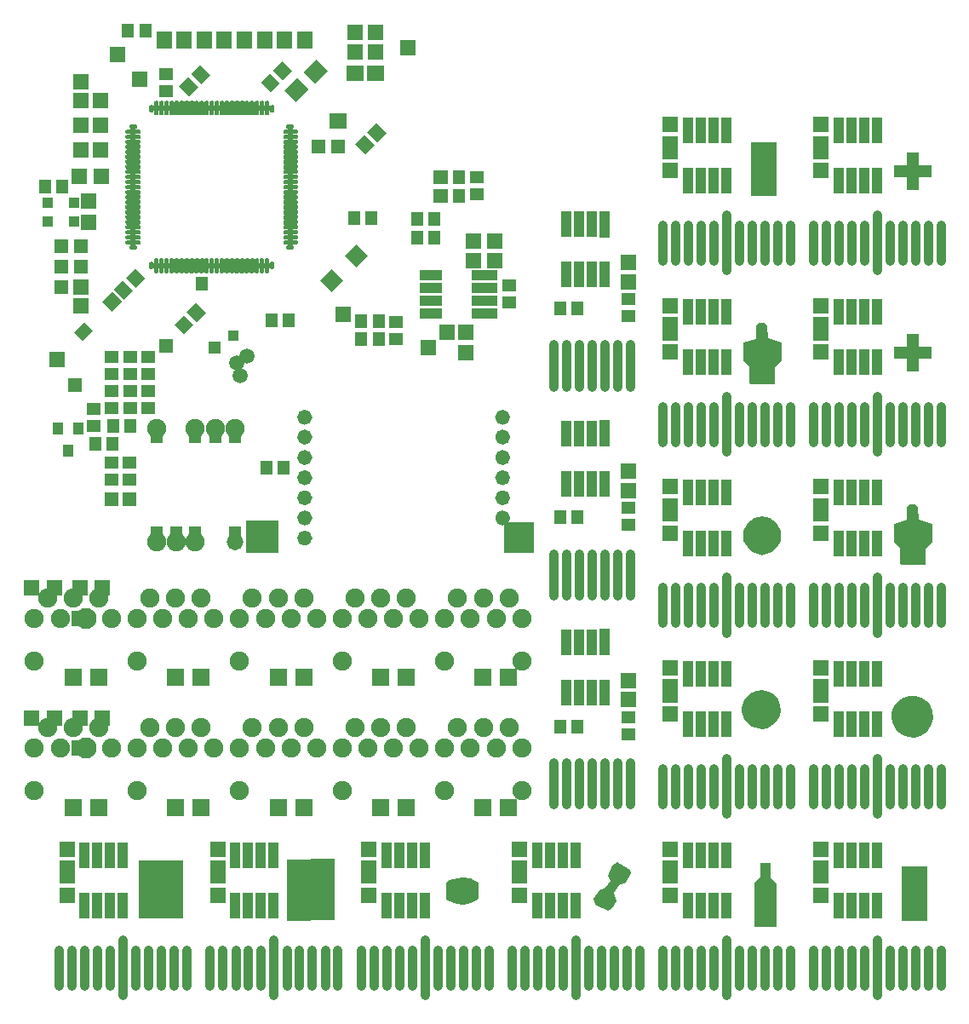
<source format=gts>
%FSLAX34Y34*%
%MOMM*%
%LNSOLDERMASK_TOP*%
G71*
G01*
%ADD10C, 1.900*%
%ADD11C, 2.100*%
%ADD12R, 1.800X1.800*%
%ADD13R, 1.600X1.600*%
%ADD14R, 1.600X1.500*%
%ADD15R, 1.100X1.100*%
%ADD16R, 0.500X0.500*%
%ADD17C, 0.200*%
%ADD18C, 0.500*%
%ADD19C, 1.500*%
%ADD20R, 1.300X1.400*%
%ADD21R, 1.400X1.400*%
%ADD22R, 2.600X1.000*%
%ADD23R, 1.400X1.300*%
%ADD24R, 1.500X1.800*%
%ADD25R, 1.800X1.600*%
%ADD26R, 1.200X1.400*%
%ADD27R, 1.000X1.300*%
%ADD28R, 1.500X1.600*%
%ADD29R, 2.200X1.000*%
%ADD30R, 1.300X1.300*%
%ADD31R, 1.100X1.000*%
%ADD32R, 1.100X1.600*%
%ADD33C, 0.950*%
%ADD34R, 1.000X2.600*%
%ADD35R, 1.200X1.200*%
%LPD*%
X39155Y-650911D02*
G54D10*
D03*
X141155Y-650911D02*
G54D10*
D03*
X243155Y-650911D02*
G54D10*
D03*
X345155Y-650911D02*
G54D10*
D03*
X447155Y-650911D02*
G54D10*
D03*
X523655Y-650911D02*
G54D10*
D03*
X39155Y-608634D02*
G54D10*
D03*
X64655Y-608636D02*
G54D10*
D03*
X90156Y-608634D02*
G54D11*
D03*
X115655Y-608636D02*
G54D10*
D03*
X141155Y-608636D02*
G54D10*
D03*
X166655Y-608636D02*
G54D10*
D03*
X192155Y-608636D02*
G54D10*
D03*
X217655Y-608636D02*
G54D10*
D03*
X243155Y-608636D02*
G54D10*
D03*
X268655Y-608636D02*
G54D10*
D03*
X294155Y-608636D02*
G54D10*
D03*
X319655Y-608636D02*
G54D10*
D03*
X345155Y-608636D02*
G54D10*
D03*
X370655Y-608636D02*
G54D10*
D03*
X396155Y-608636D02*
G54D10*
D03*
X421655Y-608636D02*
G54D10*
D03*
X447155Y-608636D02*
G54D10*
D03*
X472655Y-608636D02*
G54D10*
D03*
X498155Y-608636D02*
G54D10*
D03*
X523655Y-608636D02*
G54D10*
D03*
X51905Y-588634D02*
G54D10*
D03*
X77405Y-588634D02*
G54D10*
D03*
X102905Y-588636D02*
G54D10*
D03*
X153905Y-588636D02*
G54D10*
D03*
X179405Y-588636D02*
G54D10*
D03*
X204905Y-588636D02*
G54D10*
D03*
X255905Y-588636D02*
G54D10*
D03*
X281405Y-588636D02*
G54D10*
D03*
X306905Y-588636D02*
G54D10*
D03*
X357905Y-588636D02*
G54D10*
D03*
X383405Y-588636D02*
G54D10*
D03*
X408905Y-588636D02*
G54D10*
D03*
X459905Y-588636D02*
G54D10*
D03*
X485405Y-588636D02*
G54D10*
D03*
X510905Y-588636D02*
G54D10*
D03*
X77327Y-667661D02*
G54D12*
D03*
X102727Y-667661D02*
G54D12*
D03*
X179327Y-667661D02*
G54D12*
D03*
X204727Y-667661D02*
G54D12*
D03*
X281327Y-667661D02*
G54D12*
D03*
X306727Y-667661D02*
G54D12*
D03*
X383327Y-667661D02*
G54D12*
D03*
X408727Y-667661D02*
G54D12*
D03*
X485327Y-667661D02*
G54D12*
D03*
X510727Y-667661D02*
G54D12*
D03*
X106863Y-578687D02*
G54D13*
D03*
X84638Y-578687D02*
G54D13*
D03*
X59238Y-578687D02*
G54D13*
D03*
X35823Y-578687D02*
G54D13*
D03*
X92652Y-215006D02*
G54D14*
D03*
X92652Y-194006D02*
G54D14*
D03*
X52547Y-195602D02*
G54D15*
D03*
X52547Y-214652D02*
G54D15*
D03*
X78662Y-214652D02*
G54D15*
D03*
X78709Y-195544D02*
G54D15*
D03*
G36*
X272826Y-99562D02*
X277826Y-99561D01*
X277827Y-104561D01*
X272827Y-104562D01*
X272826Y-99562D01*
G37*
G36*
X267826Y-99561D02*
X272826Y-99561D01*
X272827Y-104561D01*
X267827Y-104561D01*
X267826Y-99561D01*
G37*
X265327Y-102061D02*
G54D16*
D03*
X260327Y-102061D02*
G54D16*
D03*
X255327Y-102061D02*
G54D16*
D03*
X250327Y-102061D02*
G54D16*
D03*
G36*
X242826Y-99561D02*
X247826Y-99561D01*
X247827Y-104561D01*
X242827Y-104561D01*
X242826Y-99561D01*
G37*
X240327Y-102061D02*
G54D16*
D03*
X235327Y-102061D02*
G54D16*
D03*
X230327Y-102061D02*
G54D16*
D03*
X225326Y-102061D02*
G54D16*
D03*
G36*
X217826Y-99562D02*
X222826Y-99561D01*
X222827Y-104561D01*
X217827Y-104562D01*
X217826Y-99562D01*
G37*
X215327Y-102061D02*
G54D16*
D03*
X210327Y-102061D02*
G54D16*
D03*
X205327Y-102061D02*
G54D16*
D03*
X200327Y-102061D02*
G54D16*
D03*
X195327Y-102061D02*
G54D16*
D03*
G36*
X187826Y-99561D02*
X192826Y-99561D01*
X192827Y-104561D01*
X187827Y-104561D01*
X187826Y-99561D01*
G37*
G36*
X182826Y-99561D02*
X187826Y-99561D01*
X187827Y-104561D01*
X182827Y-104561D01*
X182826Y-99561D01*
G37*
X180327Y-102061D02*
G54D16*
D03*
X175327Y-102061D02*
G54D16*
D03*
X170327Y-102061D02*
G54D16*
D03*
G36*
X162826Y-99562D02*
X167826Y-99561D01*
X167827Y-104561D01*
X162827Y-104562D01*
X162826Y-99562D01*
G37*
X160327Y-102061D02*
G54D16*
D03*
G36*
X152826Y-99562D02*
X157826Y-99561D01*
X157827Y-104561D01*
X152827Y-104562D01*
X152826Y-99562D01*
G37*
G36*
X275822Y-99030D02*
X276822Y-100030D01*
X276822Y-104530D01*
X276322Y-105030D01*
X274322Y-105030D01*
X273822Y-104530D01*
X273822Y-100030D01*
X274822Y-99030D01*
X275822Y-99030D01*
G37*
G54D17*
X275822Y-99030D02*
X276822Y-100030D01*
X276822Y-104530D01*
X276322Y-105030D01*
X274322Y-105030D01*
X273822Y-104530D01*
X273822Y-100030D01*
X274822Y-99030D01*
X275822Y-99030D01*
G36*
X155822Y-99030D02*
X156822Y-100030D01*
X156822Y-104530D01*
X156322Y-105030D01*
X154322Y-105030D01*
X153822Y-104530D01*
X153822Y-100030D01*
X154822Y-99030D01*
X155822Y-99030D01*
G37*
G54D17*
X155822Y-99030D02*
X156822Y-100030D01*
X156822Y-104530D01*
X156322Y-105030D01*
X154322Y-105030D01*
X153822Y-104530D01*
X153822Y-100030D01*
X154822Y-99030D01*
X155822Y-99030D01*
G36*
X265822Y-95030D02*
X266822Y-96030D01*
X266822Y-107530D01*
X266322Y-108030D01*
X264322Y-108030D01*
X263822Y-107530D01*
X263822Y-96030D01*
X264822Y-95030D01*
X265822Y-95030D01*
G37*
G54D17*
X265822Y-95030D02*
X266822Y-96030D01*
X266822Y-107530D01*
X266322Y-108030D01*
X264322Y-108030D01*
X263822Y-107530D01*
X263822Y-96030D01*
X264822Y-95030D01*
X265822Y-95030D01*
G36*
X260822Y-95030D02*
X261822Y-96030D01*
X261822Y-107530D01*
X261322Y-108030D01*
X259322Y-108030D01*
X258822Y-107530D01*
X258822Y-96030D01*
X259822Y-95030D01*
X260822Y-95030D01*
G37*
G54D17*
X260822Y-95030D02*
X261822Y-96030D01*
X261822Y-107530D01*
X261322Y-108030D01*
X259322Y-108030D01*
X258822Y-107530D01*
X258822Y-96030D01*
X259822Y-95030D01*
X260822Y-95030D01*
G36*
X255822Y-95030D02*
X256822Y-96030D01*
X256822Y-107530D01*
X256322Y-108030D01*
X254322Y-108030D01*
X253822Y-107530D01*
X253822Y-96030D01*
X254822Y-95030D01*
X255822Y-95030D01*
G37*
G54D17*
X255822Y-95030D02*
X256822Y-96030D01*
X256822Y-107530D01*
X256322Y-108030D01*
X254322Y-108030D01*
X253822Y-107530D01*
X253822Y-96030D01*
X254822Y-95030D01*
X255822Y-95030D01*
G36*
X250822Y-95030D02*
X251822Y-96030D01*
X251822Y-107530D01*
X251322Y-108030D01*
X249322Y-108030D01*
X248822Y-107530D01*
X248822Y-96030D01*
X249822Y-95030D01*
X250822Y-95030D01*
G37*
G54D17*
X250822Y-95030D02*
X251822Y-96030D01*
X251822Y-107530D01*
X251322Y-108030D01*
X249322Y-108030D01*
X248822Y-107530D01*
X248822Y-96030D01*
X249822Y-95030D01*
X250822Y-95030D01*
G36*
X245822Y-95030D02*
X246822Y-96030D01*
X246822Y-107530D01*
X246322Y-108030D01*
X244322Y-108030D01*
X243822Y-107530D01*
X243822Y-96030D01*
X244822Y-95030D01*
X245822Y-95030D01*
G37*
G54D17*
X245822Y-95030D02*
X246822Y-96030D01*
X246822Y-107530D01*
X246322Y-108030D01*
X244322Y-108030D01*
X243822Y-107530D01*
X243822Y-96030D01*
X244822Y-95030D01*
X245822Y-95030D01*
G36*
X240822Y-95030D02*
X241822Y-96030D01*
X241822Y-107530D01*
X241322Y-108030D01*
X239322Y-108030D01*
X238822Y-107530D01*
X238822Y-96030D01*
X239822Y-95030D01*
X240822Y-95030D01*
G37*
G54D17*
X240822Y-95030D02*
X241822Y-96030D01*
X241822Y-107530D01*
X241322Y-108030D01*
X239322Y-108030D01*
X238822Y-107530D01*
X238822Y-96030D01*
X239822Y-95030D01*
X240822Y-95030D01*
G36*
X235822Y-95030D02*
X236822Y-96030D01*
X236822Y-107530D01*
X236322Y-108030D01*
X234322Y-108030D01*
X233822Y-107530D01*
X233822Y-96030D01*
X234822Y-95030D01*
X235822Y-95030D01*
G37*
G54D17*
X235822Y-95030D02*
X236822Y-96030D01*
X236822Y-107530D01*
X236322Y-108030D01*
X234322Y-108030D01*
X233822Y-107530D01*
X233822Y-96030D01*
X234822Y-95030D01*
X235822Y-95030D01*
G36*
X230822Y-95030D02*
X231822Y-96030D01*
X231822Y-107530D01*
X231322Y-108030D01*
X229322Y-108030D01*
X228822Y-107530D01*
X228822Y-96030D01*
X229822Y-95030D01*
X230822Y-95030D01*
G37*
G54D17*
X230822Y-95030D02*
X231822Y-96030D01*
X231822Y-107530D01*
X231322Y-108030D01*
X229322Y-108030D01*
X228822Y-107530D01*
X228822Y-96030D01*
X229822Y-95030D01*
X230822Y-95030D01*
G36*
X225822Y-95030D02*
X226822Y-96030D01*
X226822Y-107530D01*
X226322Y-108030D01*
X224322Y-108030D01*
X223822Y-107530D01*
X223822Y-96030D01*
X224822Y-95030D01*
X225822Y-95030D01*
G37*
G54D17*
X225822Y-95030D02*
X226822Y-96030D01*
X226822Y-107530D01*
X226322Y-108030D01*
X224322Y-108030D01*
X223822Y-107530D01*
X223822Y-96030D01*
X224822Y-95030D01*
X225822Y-95030D01*
G36*
X220822Y-95030D02*
X221822Y-96030D01*
X221822Y-107530D01*
X221322Y-108030D01*
X219322Y-108030D01*
X218822Y-107530D01*
X218822Y-96030D01*
X219822Y-95030D01*
X220822Y-95030D01*
G37*
G54D17*
X220822Y-95030D02*
X221822Y-96030D01*
X221822Y-107530D01*
X221322Y-108030D01*
X219322Y-108030D01*
X218822Y-107530D01*
X218822Y-96030D01*
X219822Y-95030D01*
X220822Y-95030D01*
G36*
X215822Y-95030D02*
X216822Y-96030D01*
X216822Y-107530D01*
X216322Y-108030D01*
X214322Y-108030D01*
X213822Y-107530D01*
X213822Y-96030D01*
X214822Y-95030D01*
X215822Y-95030D01*
G37*
G54D17*
X215822Y-95030D02*
X216822Y-96030D01*
X216822Y-107530D01*
X216322Y-108030D01*
X214322Y-108030D01*
X213822Y-107530D01*
X213822Y-96030D01*
X214822Y-95030D01*
X215822Y-95030D01*
G36*
X210822Y-95030D02*
X211822Y-96030D01*
X211822Y-107530D01*
X211322Y-108030D01*
X209322Y-108030D01*
X208822Y-107530D01*
X208822Y-96030D01*
X209822Y-95030D01*
X210822Y-95030D01*
G37*
G54D17*
X210822Y-95030D02*
X211822Y-96030D01*
X211822Y-107530D01*
X211322Y-108030D01*
X209322Y-108030D01*
X208822Y-107530D01*
X208822Y-96030D01*
X209822Y-95030D01*
X210822Y-95030D01*
G36*
X205822Y-95030D02*
X206822Y-96030D01*
X206822Y-107530D01*
X206322Y-108030D01*
X204322Y-108030D01*
X203822Y-107530D01*
X203822Y-96030D01*
X204822Y-95030D01*
X205822Y-95030D01*
G37*
G54D17*
X205822Y-95030D02*
X206822Y-96030D01*
X206822Y-107530D01*
X206322Y-108030D01*
X204322Y-108030D01*
X203822Y-107530D01*
X203822Y-96030D01*
X204822Y-95030D01*
X205822Y-95030D01*
G36*
X200822Y-95030D02*
X201822Y-96030D01*
X201822Y-107530D01*
X201322Y-108030D01*
X199322Y-108030D01*
X198822Y-107530D01*
X198822Y-96030D01*
X199822Y-95030D01*
X200822Y-95030D01*
G37*
G54D17*
X200822Y-95030D02*
X201822Y-96030D01*
X201822Y-107530D01*
X201322Y-108030D01*
X199322Y-108030D01*
X198822Y-107530D01*
X198822Y-96030D01*
X199822Y-95030D01*
X200822Y-95030D01*
G36*
X195822Y-95030D02*
X196822Y-96030D01*
X196822Y-107530D01*
X196322Y-108030D01*
X194322Y-108030D01*
X193822Y-107530D01*
X193822Y-96030D01*
X194822Y-95030D01*
X195822Y-95030D01*
G37*
G54D17*
X195822Y-95030D02*
X196822Y-96030D01*
X196822Y-107530D01*
X196322Y-108030D01*
X194322Y-108030D01*
X193822Y-107530D01*
X193822Y-96030D01*
X194822Y-95030D01*
X195822Y-95030D01*
G36*
X190822Y-95030D02*
X191822Y-96030D01*
X191822Y-107530D01*
X191322Y-108030D01*
X189322Y-108030D01*
X188822Y-107530D01*
X188822Y-96030D01*
X189822Y-95030D01*
X190822Y-95030D01*
G37*
G54D17*
X190822Y-95030D02*
X191822Y-96030D01*
X191822Y-107530D01*
X191322Y-108030D01*
X189322Y-108030D01*
X188822Y-107530D01*
X188822Y-96030D01*
X189822Y-95030D01*
X190822Y-95030D01*
G36*
X185822Y-95030D02*
X186822Y-96030D01*
X186822Y-107530D01*
X186322Y-108030D01*
X184322Y-108030D01*
X183822Y-107530D01*
X183822Y-96030D01*
X184822Y-95030D01*
X185822Y-95030D01*
G37*
G54D17*
X185822Y-95030D02*
X186822Y-96030D01*
X186822Y-107530D01*
X186322Y-108030D01*
X184322Y-108030D01*
X183822Y-107530D01*
X183822Y-96030D01*
X184822Y-95030D01*
X185822Y-95030D01*
G36*
X180822Y-95030D02*
X181822Y-96030D01*
X181822Y-107530D01*
X181322Y-108030D01*
X179322Y-108030D01*
X178822Y-107530D01*
X178822Y-96030D01*
X179822Y-95030D01*
X180822Y-95030D01*
G37*
G54D17*
X180822Y-95030D02*
X181822Y-96030D01*
X181822Y-107530D01*
X181322Y-108030D01*
X179322Y-108030D01*
X178822Y-107530D01*
X178822Y-96030D01*
X179822Y-95030D01*
X180822Y-95030D01*
G36*
X175822Y-95030D02*
X176822Y-96030D01*
X176822Y-107530D01*
X176322Y-108030D01*
X174322Y-108030D01*
X173822Y-107530D01*
X173822Y-96030D01*
X174822Y-95030D01*
X175822Y-95030D01*
G37*
G54D17*
X175822Y-95030D02*
X176822Y-96030D01*
X176822Y-107530D01*
X176322Y-108030D01*
X174322Y-108030D01*
X173822Y-107530D01*
X173822Y-96030D01*
X174822Y-95030D01*
X175822Y-95030D01*
G36*
X170822Y-95030D02*
X171822Y-96030D01*
X171822Y-107530D01*
X171322Y-108030D01*
X169322Y-108030D01*
X168822Y-107530D01*
X168822Y-96030D01*
X169822Y-95030D01*
X170822Y-95030D01*
G37*
G54D17*
X170822Y-95030D02*
X171822Y-96030D01*
X171822Y-107530D01*
X171322Y-108030D01*
X169322Y-108030D01*
X168822Y-107530D01*
X168822Y-96030D01*
X169822Y-95030D01*
X170822Y-95030D01*
G36*
X165822Y-95030D02*
X166822Y-96030D01*
X166822Y-107530D01*
X166322Y-108030D01*
X164322Y-108030D01*
X163822Y-107530D01*
X163822Y-96030D01*
X164822Y-95030D01*
X165822Y-95030D01*
G37*
G54D17*
X165822Y-95030D02*
X166822Y-96030D01*
X166822Y-107530D01*
X166322Y-108030D01*
X164322Y-108030D01*
X163822Y-107530D01*
X163822Y-96030D01*
X164822Y-95030D01*
X165822Y-95030D01*
G36*
X160822Y-95030D02*
X161822Y-96030D01*
X161822Y-107530D01*
X161322Y-108030D01*
X159322Y-108030D01*
X158822Y-107530D01*
X158822Y-96030D01*
X159822Y-95030D01*
X160822Y-95030D01*
G37*
G54D17*
X160822Y-95030D02*
X161822Y-96030D01*
X161822Y-107530D01*
X161322Y-108030D01*
X159322Y-108030D01*
X158822Y-107530D01*
X158822Y-96030D01*
X159822Y-95030D01*
X160822Y-95030D01*
G36*
X270822Y-95030D02*
X271822Y-96030D01*
X271822Y-107530D01*
X271322Y-108030D01*
X269322Y-108030D01*
X268822Y-107530D01*
X268822Y-96030D01*
X269822Y-95030D01*
X270822Y-95030D01*
G37*
G54D17*
X270822Y-95030D02*
X271822Y-96030D01*
X271822Y-107530D01*
X271322Y-108030D01*
X269322Y-108030D01*
X268822Y-107530D01*
X268822Y-96030D01*
X269822Y-95030D01*
X270822Y-95030D01*
X293290Y-240025D02*
G54D16*
D03*
X293290Y-235025D02*
G54D16*
D03*
X293290Y-230025D02*
G54D16*
D03*
X293290Y-225025D02*
G54D16*
D03*
X293290Y-220025D02*
G54D16*
D03*
X293290Y-215025D02*
G54D16*
D03*
X293290Y-210025D02*
G54D16*
D03*
X293290Y-205025D02*
G54D16*
D03*
X293290Y-200025D02*
G54D16*
D03*
X293290Y-195025D02*
G54D16*
D03*
X293290Y-190025D02*
G54D16*
D03*
X293291Y-185025D02*
G54D16*
D03*
X293291Y-180025D02*
G54D16*
D03*
X293290Y-175025D02*
G54D16*
D03*
X293290Y-170025D02*
G54D16*
D03*
X293290Y-165025D02*
G54D16*
D03*
X293291Y-160025D02*
G54D16*
D03*
X293290Y-155025D02*
G54D16*
D03*
X293290Y-150025D02*
G54D16*
D03*
X293290Y-145025D02*
G54D16*
D03*
X293290Y-140025D02*
G54D16*
D03*
X293290Y-135025D02*
G54D16*
D03*
X293290Y-130025D02*
G54D16*
D03*
X293290Y-125025D02*
G54D16*
D03*
X293290Y-120025D02*
G54D16*
D03*
G36*
X296322Y-240530D02*
X295322Y-241530D01*
X290822Y-241530D01*
X290322Y-241030D01*
X290322Y-239030D01*
X290822Y-238530D01*
X295322Y-238530D01*
X296322Y-239530D01*
X296322Y-240530D01*
G37*
G54D17*
X296322Y-240530D02*
X295322Y-241530D01*
X290822Y-241530D01*
X290322Y-241030D01*
X290322Y-239030D01*
X290822Y-238530D01*
X295322Y-238530D01*
X296322Y-239530D01*
X296322Y-240530D01*
G36*
X296322Y-120530D02*
X295322Y-121530D01*
X290822Y-121530D01*
X290322Y-121030D01*
X290322Y-119030D01*
X290822Y-118530D01*
X295322Y-118530D01*
X296322Y-119530D01*
X296322Y-120530D01*
G37*
G54D17*
X296322Y-120530D02*
X295322Y-121530D01*
X290822Y-121530D01*
X290322Y-121030D01*
X290322Y-119030D01*
X290822Y-118530D01*
X295322Y-118530D01*
X296322Y-119530D01*
X296322Y-120530D01*
G36*
X300322Y-230530D02*
X299322Y-231530D01*
X287822Y-231530D01*
X287322Y-231030D01*
X287322Y-229030D01*
X287822Y-228530D01*
X299322Y-228530D01*
X300322Y-229530D01*
X300322Y-230530D01*
G37*
G54D17*
X300322Y-230530D02*
X299322Y-231530D01*
X287822Y-231530D01*
X287322Y-231030D01*
X287322Y-229030D01*
X287822Y-228530D01*
X299322Y-228530D01*
X300322Y-229530D01*
X300322Y-230530D01*
G36*
X300322Y-225530D02*
X299322Y-226530D01*
X287822Y-226530D01*
X287322Y-226030D01*
X287322Y-224030D01*
X287822Y-223530D01*
X299322Y-223530D01*
X300322Y-224530D01*
X300322Y-225530D01*
G37*
G54D17*
X300322Y-225530D02*
X299322Y-226530D01*
X287822Y-226530D01*
X287322Y-226030D01*
X287322Y-224030D01*
X287822Y-223530D01*
X299322Y-223530D01*
X300322Y-224530D01*
X300322Y-225530D01*
G36*
X300322Y-220530D02*
X299322Y-221530D01*
X287822Y-221530D01*
X287322Y-221030D01*
X287322Y-219030D01*
X287822Y-218530D01*
X299322Y-218530D01*
X300322Y-219530D01*
X300322Y-220530D01*
G37*
G54D17*
X300322Y-220530D02*
X299322Y-221530D01*
X287822Y-221530D01*
X287322Y-221030D01*
X287322Y-219030D01*
X287822Y-218530D01*
X299322Y-218530D01*
X300322Y-219530D01*
X300322Y-220530D01*
G36*
X300322Y-215530D02*
X299322Y-216530D01*
X287822Y-216530D01*
X287322Y-216030D01*
X287322Y-214030D01*
X287822Y-213530D01*
X299322Y-213530D01*
X300322Y-214530D01*
X300322Y-215530D01*
G37*
G54D17*
X300322Y-215530D02*
X299322Y-216530D01*
X287822Y-216530D01*
X287322Y-216030D01*
X287322Y-214030D01*
X287822Y-213530D01*
X299322Y-213530D01*
X300322Y-214530D01*
X300322Y-215530D01*
G36*
X300322Y-210530D02*
X299322Y-211530D01*
X287822Y-211530D01*
X287322Y-211030D01*
X287322Y-209030D01*
X287822Y-208530D01*
X299322Y-208530D01*
X300322Y-209530D01*
X300322Y-210530D01*
G37*
G54D17*
X300322Y-210530D02*
X299322Y-211530D01*
X287822Y-211530D01*
X287322Y-211030D01*
X287322Y-209030D01*
X287822Y-208530D01*
X299322Y-208530D01*
X300322Y-209530D01*
X300322Y-210530D01*
G36*
X300322Y-205530D02*
X299322Y-206530D01*
X287822Y-206530D01*
X287322Y-206030D01*
X287322Y-204030D01*
X287822Y-203530D01*
X299322Y-203530D01*
X300322Y-204530D01*
X300322Y-205530D01*
G37*
G54D17*
X300322Y-205530D02*
X299322Y-206530D01*
X287822Y-206530D01*
X287322Y-206030D01*
X287322Y-204030D01*
X287822Y-203530D01*
X299322Y-203530D01*
X300322Y-204530D01*
X300322Y-205530D01*
G36*
X300322Y-200530D02*
X299322Y-201530D01*
X287822Y-201530D01*
X287322Y-201030D01*
X287322Y-199030D01*
X287822Y-198530D01*
X299322Y-198530D01*
X300322Y-199530D01*
X300322Y-200530D01*
G37*
G54D17*
X300322Y-200530D02*
X299322Y-201530D01*
X287822Y-201530D01*
X287322Y-201030D01*
X287322Y-199030D01*
X287822Y-198530D01*
X299322Y-198530D01*
X300322Y-199530D01*
X300322Y-200530D01*
G36*
X300322Y-195530D02*
X299322Y-196530D01*
X287822Y-196530D01*
X287322Y-196030D01*
X287322Y-194030D01*
X287822Y-193530D01*
X299322Y-193530D01*
X300322Y-194530D01*
X300322Y-195530D01*
G37*
G54D17*
X300322Y-195530D02*
X299322Y-196530D01*
X287822Y-196530D01*
X287322Y-196030D01*
X287322Y-194030D01*
X287822Y-193530D01*
X299322Y-193530D01*
X300322Y-194530D01*
X300322Y-195530D01*
G36*
X300322Y-190530D02*
X299322Y-191530D01*
X287822Y-191530D01*
X287322Y-191030D01*
X287322Y-189030D01*
X287822Y-188530D01*
X299322Y-188530D01*
X300322Y-189530D01*
X300322Y-190530D01*
G37*
G54D17*
X300322Y-190530D02*
X299322Y-191530D01*
X287822Y-191530D01*
X287322Y-191030D01*
X287322Y-189030D01*
X287822Y-188530D01*
X299322Y-188530D01*
X300322Y-189530D01*
X300322Y-190530D01*
G36*
X300322Y-185530D02*
X299322Y-186530D01*
X287822Y-186530D01*
X287322Y-186030D01*
X287322Y-184030D01*
X287822Y-183530D01*
X299322Y-183530D01*
X300322Y-184530D01*
X300322Y-185530D01*
G37*
G54D17*
X300322Y-185530D02*
X299322Y-186530D01*
X287822Y-186530D01*
X287322Y-186030D01*
X287322Y-184030D01*
X287822Y-183530D01*
X299322Y-183530D01*
X300322Y-184530D01*
X300322Y-185530D01*
G36*
X300322Y-180530D02*
X299322Y-181530D01*
X287822Y-181530D01*
X287322Y-181030D01*
X287322Y-179030D01*
X287822Y-178530D01*
X299322Y-178530D01*
X300322Y-179530D01*
X300322Y-180530D01*
G37*
G54D17*
X300322Y-180530D02*
X299322Y-181530D01*
X287822Y-181530D01*
X287322Y-181030D01*
X287322Y-179030D01*
X287822Y-178530D01*
X299322Y-178530D01*
X300322Y-179530D01*
X300322Y-180530D01*
G36*
X300322Y-175530D02*
X299322Y-176530D01*
X287822Y-176530D01*
X287322Y-176030D01*
X287322Y-174030D01*
X287822Y-173530D01*
X299322Y-173530D01*
X300322Y-174530D01*
X300322Y-175530D01*
G37*
G54D17*
X300322Y-175530D02*
X299322Y-176530D01*
X287822Y-176530D01*
X287322Y-176030D01*
X287322Y-174030D01*
X287822Y-173530D01*
X299322Y-173530D01*
X300322Y-174530D01*
X300322Y-175530D01*
G36*
X300322Y-170530D02*
X299322Y-171530D01*
X287822Y-171530D01*
X287322Y-171030D01*
X287322Y-169030D01*
X287822Y-168530D01*
X299322Y-168530D01*
X300322Y-169530D01*
X300322Y-170530D01*
G37*
G54D17*
X300322Y-170530D02*
X299322Y-171530D01*
X287822Y-171530D01*
X287322Y-171030D01*
X287322Y-169030D01*
X287822Y-168530D01*
X299322Y-168530D01*
X300322Y-169530D01*
X300322Y-170530D01*
G36*
X300322Y-165530D02*
X299322Y-166530D01*
X287822Y-166530D01*
X287322Y-166030D01*
X287322Y-164030D01*
X287822Y-163530D01*
X299322Y-163530D01*
X300322Y-164530D01*
X300322Y-165530D01*
G37*
G54D17*
X300322Y-165530D02*
X299322Y-166530D01*
X287822Y-166530D01*
X287322Y-166030D01*
X287322Y-164030D01*
X287822Y-163530D01*
X299322Y-163530D01*
X300322Y-164530D01*
X300322Y-165530D01*
G36*
X300322Y-160530D02*
X299322Y-161530D01*
X287822Y-161530D01*
X287322Y-161030D01*
X287322Y-159030D01*
X287822Y-158530D01*
X299322Y-158530D01*
X300322Y-159530D01*
X300322Y-160530D01*
G37*
G54D17*
X300322Y-160530D02*
X299322Y-161530D01*
X287822Y-161530D01*
X287322Y-161030D01*
X287322Y-159030D01*
X287822Y-158530D01*
X299322Y-158530D01*
X300322Y-159530D01*
X300322Y-160530D01*
G36*
X300322Y-155530D02*
X299322Y-156530D01*
X287822Y-156530D01*
X287322Y-156030D01*
X287322Y-154030D01*
X287822Y-153530D01*
X299322Y-153530D01*
X300322Y-154530D01*
X300322Y-155530D01*
G37*
G54D17*
X300322Y-155530D02*
X299322Y-156530D01*
X287822Y-156530D01*
X287322Y-156030D01*
X287322Y-154030D01*
X287822Y-153530D01*
X299322Y-153530D01*
X300322Y-154530D01*
X300322Y-155530D01*
G36*
X300322Y-150530D02*
X299322Y-151530D01*
X287822Y-151530D01*
X287322Y-151030D01*
X287322Y-149030D01*
X287822Y-148530D01*
X299322Y-148530D01*
X300322Y-149530D01*
X300322Y-150530D01*
G37*
G54D17*
X300322Y-150530D02*
X299322Y-151530D01*
X287822Y-151530D01*
X287322Y-151030D01*
X287322Y-149030D01*
X287822Y-148530D01*
X299322Y-148530D01*
X300322Y-149530D01*
X300322Y-150530D01*
G36*
X300322Y-145530D02*
X299322Y-146530D01*
X287822Y-146530D01*
X287322Y-146030D01*
X287322Y-144030D01*
X287822Y-143530D01*
X299322Y-143530D01*
X300322Y-144530D01*
X300322Y-145530D01*
G37*
G54D17*
X300322Y-145530D02*
X299322Y-146530D01*
X287822Y-146530D01*
X287322Y-146030D01*
X287322Y-144030D01*
X287822Y-143530D01*
X299322Y-143530D01*
X300322Y-144530D01*
X300322Y-145530D01*
G36*
X300322Y-140530D02*
X299322Y-141530D01*
X287822Y-141530D01*
X287322Y-141030D01*
X287322Y-139030D01*
X287822Y-138530D01*
X299322Y-138530D01*
X300322Y-139530D01*
X300322Y-140530D01*
G37*
G54D17*
X300322Y-140530D02*
X299322Y-141530D01*
X287822Y-141530D01*
X287322Y-141030D01*
X287322Y-139030D01*
X287822Y-138530D01*
X299322Y-138530D01*
X300322Y-139530D01*
X300322Y-140530D01*
G36*
X300322Y-135530D02*
X299322Y-136530D01*
X287822Y-136530D01*
X287322Y-136030D01*
X287322Y-134030D01*
X287822Y-133530D01*
X299322Y-133530D01*
X300322Y-134530D01*
X300322Y-135530D01*
G37*
G54D17*
X300322Y-135530D02*
X299322Y-136530D01*
X287822Y-136530D01*
X287322Y-136030D01*
X287322Y-134030D01*
X287822Y-133530D01*
X299322Y-133530D01*
X300322Y-134530D01*
X300322Y-135530D01*
G36*
X300322Y-130530D02*
X299322Y-131530D01*
X287822Y-131530D01*
X287322Y-131030D01*
X287322Y-129030D01*
X287822Y-128530D01*
X299322Y-128530D01*
X300322Y-129530D01*
X300322Y-130530D01*
G37*
G54D17*
X300322Y-130530D02*
X299322Y-131530D01*
X287822Y-131530D01*
X287322Y-131030D01*
X287322Y-129030D01*
X287822Y-128530D01*
X299322Y-128530D01*
X300322Y-129530D01*
X300322Y-130530D01*
G36*
X300322Y-125530D02*
X299322Y-126530D01*
X287822Y-126530D01*
X287322Y-126030D01*
X287322Y-124030D01*
X287822Y-123530D01*
X299322Y-123530D01*
X300322Y-124530D01*
X300322Y-125530D01*
G37*
G54D17*
X300322Y-125530D02*
X299322Y-126530D01*
X287822Y-126530D01*
X287322Y-126030D01*
X287322Y-124030D01*
X287822Y-123530D01*
X299322Y-123530D01*
X300322Y-124530D01*
X300322Y-125530D01*
G36*
X300322Y-235530D02*
X299322Y-236530D01*
X287822Y-236530D01*
X287322Y-236030D01*
X287322Y-234030D01*
X287822Y-233530D01*
X299322Y-233530D01*
X300322Y-234530D01*
X300322Y-235530D01*
G37*
G54D17*
X300322Y-235530D02*
X299322Y-236530D01*
X287822Y-236530D01*
X287322Y-236030D01*
X287322Y-234030D01*
X287822Y-233530D01*
X299322Y-233530D01*
X300322Y-234530D01*
X300322Y-235530D01*
X155327Y-257999D02*
G54D16*
D03*
X160326Y-257999D02*
G54D16*
D03*
X165327Y-257999D02*
G54D16*
D03*
X170327Y-257999D02*
G54D16*
D03*
X175327Y-257999D02*
G54D16*
D03*
X180327Y-257999D02*
G54D16*
D03*
X185327Y-257999D02*
G54D16*
D03*
X190327Y-257999D02*
G54D16*
D03*
X195327Y-257999D02*
G54D16*
D03*
X200326Y-257999D02*
G54D16*
D03*
X205327Y-257999D02*
G54D16*
D03*
X210327Y-257999D02*
G54D16*
D03*
X215326Y-257999D02*
G54D16*
D03*
X220327Y-257999D02*
G54D16*
D03*
X225327Y-257999D02*
G54D16*
D03*
X230327Y-257999D02*
G54D16*
D03*
X235327Y-257999D02*
G54D16*
D03*
X240327Y-257999D02*
G54D16*
D03*
X245327Y-257999D02*
G54D16*
D03*
X250326Y-257999D02*
G54D16*
D03*
X255326Y-257999D02*
G54D16*
D03*
X260327Y-257999D02*
G54D16*
D03*
X265326Y-257999D02*
G54D16*
D03*
X270326Y-257999D02*
G54D16*
D03*
X275327Y-257999D02*
G54D16*
D03*
G36*
X154822Y-261030D02*
X153822Y-260030D01*
X153822Y-255530D01*
X154322Y-255030D01*
X156322Y-255030D01*
X156822Y-255530D01*
X156822Y-260030D01*
X155822Y-261030D01*
X154822Y-261030D01*
G37*
G54D17*
X154822Y-261030D02*
X153822Y-260030D01*
X153822Y-255530D01*
X154322Y-255030D01*
X156322Y-255030D01*
X156822Y-255530D01*
X156822Y-260030D01*
X155822Y-261030D01*
X154822Y-261030D01*
G36*
X274822Y-261030D02*
X273822Y-260030D01*
X273822Y-255530D01*
X274322Y-255030D01*
X276322Y-255030D01*
X276822Y-255530D01*
X276822Y-260030D01*
X275822Y-261030D01*
X274822Y-261030D01*
G37*
G54D17*
X274822Y-261030D02*
X273822Y-260030D01*
X273822Y-255530D01*
X274322Y-255030D01*
X276322Y-255030D01*
X276822Y-255530D01*
X276822Y-260030D01*
X275822Y-261030D01*
X274822Y-261030D01*
G36*
X164822Y-265030D02*
X163822Y-264030D01*
X163822Y-252530D01*
X164322Y-252030D01*
X166322Y-252030D01*
X166822Y-252530D01*
X166822Y-264030D01*
X165822Y-265030D01*
X164822Y-265030D01*
G37*
G54D17*
X164822Y-265030D02*
X163822Y-264030D01*
X163822Y-252530D01*
X164322Y-252030D01*
X166322Y-252030D01*
X166822Y-252530D01*
X166822Y-264030D01*
X165822Y-265030D01*
X164822Y-265030D01*
G36*
X169822Y-265030D02*
X168822Y-264030D01*
X168822Y-252530D01*
X169322Y-252030D01*
X171322Y-252030D01*
X171822Y-252530D01*
X171822Y-264030D01*
X170822Y-265030D01*
X169822Y-265030D01*
G37*
G54D17*
X169822Y-265030D02*
X168822Y-264030D01*
X168822Y-252530D01*
X169322Y-252030D01*
X171322Y-252030D01*
X171822Y-252530D01*
X171822Y-264030D01*
X170822Y-265030D01*
X169822Y-265030D01*
G36*
X174822Y-265030D02*
X173822Y-264030D01*
X173822Y-252530D01*
X174322Y-252030D01*
X176322Y-252030D01*
X176822Y-252530D01*
X176822Y-264030D01*
X175822Y-265030D01*
X174822Y-265030D01*
G37*
G54D17*
X174822Y-265030D02*
X173822Y-264030D01*
X173822Y-252530D01*
X174322Y-252030D01*
X176322Y-252030D01*
X176822Y-252530D01*
X176822Y-264030D01*
X175822Y-265030D01*
X174822Y-265030D01*
G36*
X179822Y-265030D02*
X178822Y-264030D01*
X178822Y-252530D01*
X179322Y-252030D01*
X181322Y-252030D01*
X181822Y-252530D01*
X181822Y-264030D01*
X180822Y-265030D01*
X179822Y-265030D01*
G37*
G54D17*
X179822Y-265030D02*
X178822Y-264030D01*
X178822Y-252530D01*
X179322Y-252030D01*
X181322Y-252030D01*
X181822Y-252530D01*
X181822Y-264030D01*
X180822Y-265030D01*
X179822Y-265030D01*
G36*
X184822Y-265030D02*
X183822Y-264030D01*
X183822Y-252530D01*
X184322Y-252030D01*
X186322Y-252030D01*
X186822Y-252530D01*
X186822Y-264030D01*
X185822Y-265030D01*
X184822Y-265030D01*
G37*
G54D17*
X184822Y-265030D02*
X183822Y-264030D01*
X183822Y-252530D01*
X184322Y-252030D01*
X186322Y-252030D01*
X186822Y-252530D01*
X186822Y-264030D01*
X185822Y-265030D01*
X184822Y-265030D01*
G36*
X189822Y-265030D02*
X188822Y-264030D01*
X188822Y-252530D01*
X189322Y-252030D01*
X191322Y-252030D01*
X191822Y-252530D01*
X191822Y-264030D01*
X190822Y-265030D01*
X189822Y-265030D01*
G37*
G54D17*
X189822Y-265030D02*
X188822Y-264030D01*
X188822Y-252530D01*
X189322Y-252030D01*
X191322Y-252030D01*
X191822Y-252530D01*
X191822Y-264030D01*
X190822Y-265030D01*
X189822Y-265030D01*
G36*
X194822Y-265030D02*
X193822Y-264030D01*
X193822Y-252530D01*
X194322Y-252030D01*
X196322Y-252030D01*
X196822Y-252530D01*
X196822Y-264030D01*
X195822Y-265030D01*
X194822Y-265030D01*
G37*
G54D17*
X194822Y-265030D02*
X193822Y-264030D01*
X193822Y-252530D01*
X194322Y-252030D01*
X196322Y-252030D01*
X196822Y-252530D01*
X196822Y-264030D01*
X195822Y-265030D01*
X194822Y-265030D01*
G36*
X199822Y-265030D02*
X198822Y-264030D01*
X198822Y-252530D01*
X199322Y-252030D01*
X201322Y-252030D01*
X201822Y-252530D01*
X201822Y-264030D01*
X200822Y-265030D01*
X199822Y-265030D01*
G37*
G54D17*
X199822Y-265030D02*
X198822Y-264030D01*
X198822Y-252530D01*
X199322Y-252030D01*
X201322Y-252030D01*
X201822Y-252530D01*
X201822Y-264030D01*
X200822Y-265030D01*
X199822Y-265030D01*
G36*
X204822Y-265030D02*
X203822Y-264030D01*
X203822Y-252530D01*
X204322Y-252030D01*
X206322Y-252030D01*
X206822Y-252530D01*
X206822Y-264030D01*
X205822Y-265030D01*
X204822Y-265030D01*
G37*
G54D17*
X204822Y-265030D02*
X203822Y-264030D01*
X203822Y-252530D01*
X204322Y-252030D01*
X206322Y-252030D01*
X206822Y-252530D01*
X206822Y-264030D01*
X205822Y-265030D01*
X204822Y-265030D01*
G36*
X209822Y-265030D02*
X208822Y-264030D01*
X208822Y-252530D01*
X209322Y-252030D01*
X211322Y-252030D01*
X211822Y-252530D01*
X211822Y-264030D01*
X210822Y-265030D01*
X209822Y-265030D01*
G37*
G54D17*
X209822Y-265030D02*
X208822Y-264030D01*
X208822Y-252530D01*
X209322Y-252030D01*
X211322Y-252030D01*
X211822Y-252530D01*
X211822Y-264030D01*
X210822Y-265030D01*
X209822Y-265030D01*
G36*
X214822Y-265030D02*
X213822Y-264030D01*
X213822Y-252530D01*
X214322Y-252030D01*
X216322Y-252030D01*
X216822Y-252530D01*
X216822Y-264030D01*
X215822Y-265030D01*
X214822Y-265030D01*
G37*
G54D17*
X214822Y-265030D02*
X213822Y-264030D01*
X213822Y-252530D01*
X214322Y-252030D01*
X216322Y-252030D01*
X216822Y-252530D01*
X216822Y-264030D01*
X215822Y-265030D01*
X214822Y-265030D01*
G36*
X219822Y-265030D02*
X218822Y-264030D01*
X218822Y-252530D01*
X219322Y-252030D01*
X221322Y-252030D01*
X221822Y-252530D01*
X221822Y-264030D01*
X220822Y-265030D01*
X219822Y-265030D01*
G37*
G54D17*
X219822Y-265030D02*
X218822Y-264030D01*
X218822Y-252530D01*
X219322Y-252030D01*
X221322Y-252030D01*
X221822Y-252530D01*
X221822Y-264030D01*
X220822Y-265030D01*
X219822Y-265030D01*
G36*
X224822Y-265030D02*
X223822Y-264030D01*
X223822Y-252530D01*
X224322Y-252030D01*
X226322Y-252030D01*
X226822Y-252530D01*
X226822Y-264030D01*
X225822Y-265030D01*
X224822Y-265030D01*
G37*
G54D17*
X224822Y-265030D02*
X223822Y-264030D01*
X223822Y-252530D01*
X224322Y-252030D01*
X226322Y-252030D01*
X226822Y-252530D01*
X226822Y-264030D01*
X225822Y-265030D01*
X224822Y-265030D01*
G36*
X229822Y-265030D02*
X228822Y-264030D01*
X228822Y-252530D01*
X229322Y-252030D01*
X231322Y-252030D01*
X231822Y-252530D01*
X231822Y-264030D01*
X230822Y-265030D01*
X229822Y-265030D01*
G37*
G54D17*
X229822Y-265030D02*
X228822Y-264030D01*
X228822Y-252530D01*
X229322Y-252030D01*
X231322Y-252030D01*
X231822Y-252530D01*
X231822Y-264030D01*
X230822Y-265030D01*
X229822Y-265030D01*
G36*
X234822Y-265030D02*
X233822Y-264030D01*
X233822Y-252530D01*
X234322Y-252030D01*
X236322Y-252030D01*
X236822Y-252530D01*
X236822Y-264030D01*
X235822Y-265030D01*
X234822Y-265030D01*
G37*
G54D17*
X234822Y-265030D02*
X233822Y-264030D01*
X233822Y-252530D01*
X234322Y-252030D01*
X236322Y-252030D01*
X236822Y-252530D01*
X236822Y-264030D01*
X235822Y-265030D01*
X234822Y-265030D01*
G36*
X239822Y-265030D02*
X238822Y-264030D01*
X238822Y-252530D01*
X239322Y-252030D01*
X241322Y-252030D01*
X241822Y-252530D01*
X241822Y-264030D01*
X240822Y-265030D01*
X239822Y-265030D01*
G37*
G54D17*
X239822Y-265030D02*
X238822Y-264030D01*
X238822Y-252530D01*
X239322Y-252030D01*
X241322Y-252030D01*
X241822Y-252530D01*
X241822Y-264030D01*
X240822Y-265030D01*
X239822Y-265030D01*
G36*
X244822Y-265030D02*
X243822Y-264030D01*
X243822Y-252530D01*
X244322Y-252030D01*
X246322Y-252030D01*
X246822Y-252530D01*
X246822Y-264030D01*
X245822Y-265030D01*
X244822Y-265030D01*
G37*
G54D17*
X244822Y-265030D02*
X243822Y-264030D01*
X243822Y-252530D01*
X244322Y-252030D01*
X246322Y-252030D01*
X246822Y-252530D01*
X246822Y-264030D01*
X245822Y-265030D01*
X244822Y-265030D01*
G36*
X249822Y-265030D02*
X248822Y-264030D01*
X248822Y-252530D01*
X249322Y-252030D01*
X251322Y-252030D01*
X251822Y-252530D01*
X251822Y-264030D01*
X250822Y-265030D01*
X249822Y-265030D01*
G37*
G54D17*
X249822Y-265030D02*
X248822Y-264030D01*
X248822Y-252530D01*
X249322Y-252030D01*
X251322Y-252030D01*
X251822Y-252530D01*
X251822Y-264030D01*
X250822Y-265030D01*
X249822Y-265030D01*
G36*
X254822Y-265030D02*
X253822Y-264030D01*
X253822Y-252530D01*
X254322Y-252030D01*
X256322Y-252030D01*
X256822Y-252530D01*
X256822Y-264030D01*
X255822Y-265030D01*
X254822Y-265030D01*
G37*
G54D17*
X254822Y-265030D02*
X253822Y-264030D01*
X253822Y-252530D01*
X254322Y-252030D01*
X256322Y-252030D01*
X256822Y-252530D01*
X256822Y-264030D01*
X255822Y-265030D01*
X254822Y-265030D01*
G36*
X259822Y-265030D02*
X258822Y-264030D01*
X258822Y-252530D01*
X259322Y-252030D01*
X261322Y-252030D01*
X261822Y-252530D01*
X261822Y-264030D01*
X260822Y-265030D01*
X259822Y-265030D01*
G37*
G54D17*
X259822Y-265030D02*
X258822Y-264030D01*
X258822Y-252530D01*
X259322Y-252030D01*
X261322Y-252030D01*
X261822Y-252530D01*
X261822Y-264030D01*
X260822Y-265030D01*
X259822Y-265030D01*
G36*
X264822Y-265030D02*
X263822Y-264030D01*
X263822Y-252530D01*
X264322Y-252030D01*
X266322Y-252030D01*
X266822Y-252530D01*
X266822Y-264030D01*
X265822Y-265030D01*
X264822Y-265030D01*
G37*
G54D17*
X264822Y-265030D02*
X263822Y-264030D01*
X263822Y-252530D01*
X264322Y-252030D01*
X266322Y-252030D01*
X266822Y-252530D01*
X266822Y-264030D01*
X265822Y-265030D01*
X264822Y-265030D01*
G36*
X269822Y-265030D02*
X268822Y-264030D01*
X268822Y-252530D01*
X269322Y-252030D01*
X271322Y-252030D01*
X271822Y-252530D01*
X271822Y-264030D01*
X270822Y-265030D01*
X269822Y-265030D01*
G37*
G54D17*
X269822Y-265030D02*
X268822Y-264030D01*
X268822Y-252530D01*
X269322Y-252030D01*
X271322Y-252030D01*
X271822Y-252530D01*
X271822Y-264030D01*
X270822Y-265030D01*
X269822Y-265030D01*
G36*
X159822Y-265030D02*
X158822Y-264030D01*
X158822Y-252530D01*
X159322Y-252030D01*
X161322Y-252030D01*
X161822Y-252530D01*
X161822Y-264030D01*
X160822Y-265030D01*
X159822Y-265030D01*
G37*
G54D17*
X159822Y-265030D02*
X158822Y-264030D01*
X158822Y-252530D01*
X159322Y-252030D01*
X161322Y-252030D01*
X161822Y-252530D01*
X161822Y-264030D01*
X160822Y-265030D01*
X159822Y-265030D01*
X137353Y-120035D02*
G54D16*
D03*
X137353Y-125035D02*
G54D16*
D03*
X137353Y-130035D02*
G54D16*
D03*
X137353Y-135035D02*
G54D16*
D03*
X137353Y-140035D02*
G54D16*
D03*
X137353Y-145035D02*
G54D16*
D03*
X137353Y-150035D02*
G54D16*
D03*
X137353Y-155035D02*
G54D16*
D03*
X137353Y-160035D02*
G54D16*
D03*
X137353Y-165035D02*
G54D16*
D03*
X137353Y-170035D02*
G54D16*
D03*
X137353Y-175035D02*
G54D16*
D03*
X137353Y-180035D02*
G54D16*
D03*
X137353Y-185035D02*
G54D16*
D03*
X137353Y-190035D02*
G54D16*
D03*
X137353Y-195035D02*
G54D16*
D03*
X137353Y-200035D02*
G54D16*
D03*
X137353Y-205035D02*
G54D16*
D03*
X137353Y-210035D02*
G54D16*
D03*
X137353Y-215035D02*
G54D16*
D03*
X137353Y-220035D02*
G54D16*
D03*
X137353Y-225035D02*
G54D16*
D03*
X137353Y-230035D02*
G54D16*
D03*
X137353Y-235035D02*
G54D16*
D03*
X137353Y-240035D02*
G54D16*
D03*
G36*
X134322Y-119530D02*
X135322Y-118530D01*
X139822Y-118530D01*
X140322Y-119030D01*
X140322Y-121030D01*
X139822Y-121530D01*
X135322Y-121530D01*
X134322Y-120530D01*
X134322Y-119530D01*
G37*
G54D17*
X134322Y-119530D02*
X135322Y-118530D01*
X139822Y-118530D01*
X140322Y-119030D01*
X140322Y-121030D01*
X139822Y-121530D01*
X135322Y-121530D01*
X134322Y-120530D01*
X134322Y-119530D01*
G36*
X134322Y-239530D02*
X135322Y-238530D01*
X139822Y-238530D01*
X140322Y-239030D01*
X140322Y-241030D01*
X139822Y-241530D01*
X135322Y-241530D01*
X134322Y-240530D01*
X134322Y-239530D01*
G37*
G54D17*
X134322Y-239530D02*
X135322Y-238530D01*
X139822Y-238530D01*
X140322Y-239030D01*
X140322Y-241030D01*
X139822Y-241530D01*
X135322Y-241530D01*
X134322Y-240530D01*
X134322Y-239530D01*
G36*
X130322Y-129530D02*
X131322Y-128530D01*
X142822Y-128530D01*
X143322Y-129030D01*
X143322Y-131030D01*
X142822Y-131530D01*
X131322Y-131530D01*
X130322Y-130530D01*
X130322Y-129530D01*
G37*
G54D17*
X130322Y-129530D02*
X131322Y-128530D01*
X142822Y-128530D01*
X143322Y-129030D01*
X143322Y-131030D01*
X142822Y-131530D01*
X131322Y-131530D01*
X130322Y-130530D01*
X130322Y-129530D01*
G36*
X130322Y-134530D02*
X131322Y-133530D01*
X142822Y-133530D01*
X143322Y-134030D01*
X143322Y-136030D01*
X142822Y-136530D01*
X131322Y-136530D01*
X130322Y-135530D01*
X130322Y-134530D01*
G37*
G54D17*
X130322Y-134530D02*
X131322Y-133530D01*
X142822Y-133530D01*
X143322Y-134030D01*
X143322Y-136030D01*
X142822Y-136530D01*
X131322Y-136530D01*
X130322Y-135530D01*
X130322Y-134530D01*
G36*
X130322Y-139530D02*
X131322Y-138530D01*
X142822Y-138530D01*
X143322Y-139030D01*
X143322Y-141030D01*
X142822Y-141530D01*
X131322Y-141530D01*
X130322Y-140530D01*
X130322Y-139530D01*
G37*
G54D17*
X130322Y-139530D02*
X131322Y-138530D01*
X142822Y-138530D01*
X143322Y-139030D01*
X143322Y-141030D01*
X142822Y-141530D01*
X131322Y-141530D01*
X130322Y-140530D01*
X130322Y-139530D01*
G36*
X130322Y-144530D02*
X131322Y-143530D01*
X142822Y-143530D01*
X143322Y-144030D01*
X143322Y-146030D01*
X142822Y-146530D01*
X131322Y-146530D01*
X130322Y-145530D01*
X130322Y-144530D01*
G37*
G54D17*
X130322Y-144530D02*
X131322Y-143530D01*
X142822Y-143530D01*
X143322Y-144030D01*
X143322Y-146030D01*
X142822Y-146530D01*
X131322Y-146530D01*
X130322Y-145530D01*
X130322Y-144530D01*
G36*
X130322Y-149530D02*
X131322Y-148530D01*
X142822Y-148530D01*
X143322Y-149030D01*
X143322Y-151030D01*
X142822Y-151530D01*
X131322Y-151530D01*
X130322Y-150530D01*
X130322Y-149530D01*
G37*
G54D17*
X130322Y-149530D02*
X131322Y-148530D01*
X142822Y-148530D01*
X143322Y-149030D01*
X143322Y-151030D01*
X142822Y-151530D01*
X131322Y-151530D01*
X130322Y-150530D01*
X130322Y-149530D01*
G36*
X130322Y-154530D02*
X131322Y-153530D01*
X142822Y-153530D01*
X143322Y-154030D01*
X143322Y-156030D01*
X142822Y-156530D01*
X131322Y-156530D01*
X130322Y-155530D01*
X130322Y-154530D01*
G37*
G54D17*
X130322Y-154530D02*
X131322Y-153530D01*
X142822Y-153530D01*
X143322Y-154030D01*
X143322Y-156030D01*
X142822Y-156530D01*
X131322Y-156530D01*
X130322Y-155530D01*
X130322Y-154530D01*
G36*
X130322Y-159530D02*
X131322Y-158530D01*
X142822Y-158530D01*
X143322Y-159030D01*
X143322Y-161030D01*
X142822Y-161530D01*
X131322Y-161530D01*
X130322Y-160530D01*
X130322Y-159530D01*
G37*
G54D17*
X130322Y-159530D02*
X131322Y-158530D01*
X142822Y-158530D01*
X143322Y-159030D01*
X143322Y-161030D01*
X142822Y-161530D01*
X131322Y-161530D01*
X130322Y-160530D01*
X130322Y-159530D01*
G36*
X130322Y-164530D02*
X131322Y-163530D01*
X142822Y-163530D01*
X143322Y-164030D01*
X143322Y-166030D01*
X142822Y-166530D01*
X131322Y-166530D01*
X130322Y-165530D01*
X130322Y-164530D01*
G37*
G54D17*
X130322Y-164530D02*
X131322Y-163530D01*
X142822Y-163530D01*
X143322Y-164030D01*
X143322Y-166030D01*
X142822Y-166530D01*
X131322Y-166530D01*
X130322Y-165530D01*
X130322Y-164530D01*
G36*
X130322Y-169530D02*
X131322Y-168530D01*
X142822Y-168530D01*
X143322Y-169030D01*
X143322Y-171030D01*
X142822Y-171530D01*
X131322Y-171530D01*
X130322Y-170530D01*
X130322Y-169530D01*
G37*
G54D17*
X130322Y-169530D02*
X131322Y-168530D01*
X142822Y-168530D01*
X143322Y-169030D01*
X143322Y-171030D01*
X142822Y-171530D01*
X131322Y-171530D01*
X130322Y-170530D01*
X130322Y-169530D01*
G36*
X130322Y-174530D02*
X131322Y-173530D01*
X142822Y-173530D01*
X143322Y-174030D01*
X143322Y-176030D01*
X142822Y-176530D01*
X131322Y-176530D01*
X130322Y-175530D01*
X130322Y-174530D01*
G37*
G54D17*
X130322Y-174530D02*
X131322Y-173530D01*
X142822Y-173530D01*
X143322Y-174030D01*
X143322Y-176030D01*
X142822Y-176530D01*
X131322Y-176530D01*
X130322Y-175530D01*
X130322Y-174530D01*
G36*
X130322Y-179530D02*
X131322Y-178530D01*
X142822Y-178530D01*
X143322Y-179030D01*
X143322Y-181030D01*
X142822Y-181530D01*
X131322Y-181530D01*
X130322Y-180530D01*
X130322Y-179530D01*
G37*
G54D17*
X130322Y-179530D02*
X131322Y-178530D01*
X142822Y-178530D01*
X143322Y-179030D01*
X143322Y-181030D01*
X142822Y-181530D01*
X131322Y-181530D01*
X130322Y-180530D01*
X130322Y-179530D01*
G36*
X130322Y-184530D02*
X131322Y-183530D01*
X142822Y-183530D01*
X143322Y-184030D01*
X143322Y-186030D01*
X142822Y-186530D01*
X131322Y-186530D01*
X130322Y-185530D01*
X130322Y-184530D01*
G37*
G54D17*
X130322Y-184530D02*
X131322Y-183530D01*
X142822Y-183530D01*
X143322Y-184030D01*
X143322Y-186030D01*
X142822Y-186530D01*
X131322Y-186530D01*
X130322Y-185530D01*
X130322Y-184530D01*
G36*
X130322Y-189530D02*
X131322Y-188530D01*
X142822Y-188530D01*
X143322Y-189030D01*
X143322Y-191030D01*
X142822Y-191530D01*
X131322Y-191530D01*
X130322Y-190530D01*
X130322Y-189530D01*
G37*
G54D17*
X130322Y-189530D02*
X131322Y-188530D01*
X142822Y-188530D01*
X143322Y-189030D01*
X143322Y-191030D01*
X142822Y-191530D01*
X131322Y-191530D01*
X130322Y-190530D01*
X130322Y-189530D01*
G36*
X130322Y-194530D02*
X131322Y-193530D01*
X142822Y-193530D01*
X143322Y-194030D01*
X143322Y-196030D01*
X142822Y-196530D01*
X131322Y-196530D01*
X130322Y-195530D01*
X130322Y-194530D01*
G37*
G54D17*
X130322Y-194530D02*
X131322Y-193530D01*
X142822Y-193530D01*
X143322Y-194030D01*
X143322Y-196030D01*
X142822Y-196530D01*
X131322Y-196530D01*
X130322Y-195530D01*
X130322Y-194530D01*
G36*
X130322Y-199530D02*
X131322Y-198530D01*
X142822Y-198530D01*
X143322Y-199030D01*
X143322Y-201030D01*
X142822Y-201530D01*
X131322Y-201530D01*
X130322Y-200530D01*
X130322Y-199530D01*
G37*
G54D17*
X130322Y-199530D02*
X131322Y-198530D01*
X142822Y-198530D01*
X143322Y-199030D01*
X143322Y-201030D01*
X142822Y-201530D01*
X131322Y-201530D01*
X130322Y-200530D01*
X130322Y-199530D01*
G36*
X130322Y-204530D02*
X131322Y-203530D01*
X142822Y-203530D01*
X143322Y-204030D01*
X143322Y-206030D01*
X142822Y-206530D01*
X131322Y-206530D01*
X130322Y-205530D01*
X130322Y-204530D01*
G37*
G54D17*
X130322Y-204530D02*
X131322Y-203530D01*
X142822Y-203530D01*
X143322Y-204030D01*
X143322Y-206030D01*
X142822Y-206530D01*
X131322Y-206530D01*
X130322Y-205530D01*
X130322Y-204530D01*
G36*
X130322Y-209530D02*
X131322Y-208530D01*
X142822Y-208530D01*
X143322Y-209030D01*
X143322Y-211030D01*
X142822Y-211530D01*
X131322Y-211530D01*
X130322Y-210530D01*
X130322Y-209530D01*
G37*
G54D17*
X130322Y-209530D02*
X131322Y-208530D01*
X142822Y-208530D01*
X143322Y-209030D01*
X143322Y-211030D01*
X142822Y-211530D01*
X131322Y-211530D01*
X130322Y-210530D01*
X130322Y-209530D01*
G36*
X130322Y-214530D02*
X131322Y-213530D01*
X142822Y-213530D01*
X143322Y-214030D01*
X143322Y-216030D01*
X142822Y-216530D01*
X131322Y-216530D01*
X130322Y-215530D01*
X130322Y-214530D01*
G37*
G54D17*
X130322Y-214530D02*
X131322Y-213530D01*
X142822Y-213530D01*
X143322Y-214030D01*
X143322Y-216030D01*
X142822Y-216530D01*
X131322Y-216530D01*
X130322Y-215530D01*
X130322Y-214530D01*
G36*
X130322Y-219530D02*
X131322Y-218530D01*
X142822Y-218530D01*
X143322Y-219030D01*
X143322Y-221030D01*
X142822Y-221530D01*
X131322Y-221530D01*
X130322Y-220530D01*
X130322Y-219530D01*
G37*
G54D17*
X130322Y-219530D02*
X131322Y-218530D01*
X142822Y-218530D01*
X143322Y-219030D01*
X143322Y-221030D01*
X142822Y-221530D01*
X131322Y-221530D01*
X130322Y-220530D01*
X130322Y-219530D01*
G36*
X130322Y-224530D02*
X131322Y-223530D01*
X142822Y-223530D01*
X143322Y-224030D01*
X143322Y-226030D01*
X142822Y-226530D01*
X131322Y-226530D01*
X130322Y-225530D01*
X130322Y-224530D01*
G37*
G54D17*
X130322Y-224530D02*
X131322Y-223530D01*
X142822Y-223530D01*
X143322Y-224030D01*
X143322Y-226030D01*
X142822Y-226530D01*
X131322Y-226530D01*
X130322Y-225530D01*
X130322Y-224530D01*
G36*
X130322Y-229530D02*
X131322Y-228530D01*
X142822Y-228530D01*
X143322Y-229030D01*
X143322Y-231030D01*
X142822Y-231530D01*
X131322Y-231530D01*
X130322Y-230530D01*
X130322Y-229530D01*
G37*
G54D17*
X130322Y-229530D02*
X131322Y-228530D01*
X142822Y-228530D01*
X143322Y-229030D01*
X143322Y-231030D01*
X142822Y-231530D01*
X131322Y-231530D01*
X130322Y-230530D01*
X130322Y-229530D01*
G36*
X130322Y-234530D02*
X131322Y-233530D01*
X142822Y-233530D01*
X143322Y-234030D01*
X143322Y-236030D01*
X142822Y-236530D01*
X131322Y-236530D01*
X130322Y-235530D01*
X130322Y-234530D01*
G37*
G54D17*
X130322Y-234530D02*
X131322Y-233530D01*
X142822Y-233530D01*
X143322Y-234030D01*
X143322Y-236030D01*
X142822Y-236530D01*
X131322Y-236530D01*
X130322Y-235530D01*
X130322Y-234530D01*
G36*
X130322Y-124530D02*
X131322Y-123530D01*
X142822Y-123530D01*
X143322Y-124030D01*
X143322Y-126030D01*
X142822Y-126530D01*
X131322Y-126530D01*
X130322Y-125530D01*
X130322Y-124530D01*
G37*
G54D17*
X130322Y-124530D02*
X131322Y-123530D01*
X142822Y-123530D01*
X143322Y-124030D01*
X143322Y-126030D01*
X142822Y-126530D01*
X131322Y-126530D01*
X130322Y-125530D01*
X130322Y-124530D01*
G54D18*
G75*
G01X312754Y-408974D02*
G03X312754Y-408974I-5000J0D01*
G01*
G36*
G75*
G01X312754Y-408974D02*
G03X312754Y-408974I-5000J0D01*
G01*
G37*
X312754Y-408974D01*
G54D18*
G75*
G01X312800Y-428669D02*
G03X312800Y-428669I-5000J0D01*
G01*
G36*
G75*
G01X312800Y-428669D02*
G03X312800Y-428669I-5000J0D01*
G01*
G37*
X312800Y-428669D01*
G54D18*
G75*
G01X312800Y-448986D02*
G03X312800Y-448986I-5000J0D01*
G01*
G36*
G75*
G01X312800Y-448986D02*
G03X312800Y-448986I-5000J0D01*
G01*
G37*
X312800Y-448986D01*
G54D18*
G75*
G01X312800Y-468987D02*
G03X312800Y-468987I-5000J0D01*
G01*
G36*
G75*
G01X312800Y-468987D02*
G03X312800Y-468987I-5000J0D01*
G01*
G37*
X312800Y-468987D01*
G54D18*
G75*
G01X312800Y-508986D02*
G03X312800Y-508986I-5000J0D01*
G01*
G36*
G75*
G01X312800Y-508986D02*
G03X312800Y-508986I-5000J0D01*
G01*
G37*
X312800Y-508986D01*
G54D18*
G75*
G01X312800Y-528987D02*
G03X312800Y-528987I-5000J0D01*
G01*
G36*
G75*
G01X312800Y-528987D02*
G03X312800Y-528987I-5000J0D01*
G01*
G37*
X312800Y-528987D01*
G54D18*
G75*
G01X312800Y-488987D02*
G03X312800Y-488987I-5000J0D01*
G01*
G36*
G75*
G01X312800Y-488987D02*
G03X312800Y-488987I-5000J0D01*
G01*
G37*
X312800Y-488987D01*
G54D18*
G75*
G01X509600Y-408974D02*
G03X509600Y-408974I-5000J0D01*
G01*
G36*
G75*
G01X509600Y-408974D02*
G03X509600Y-408974I-5000J0D01*
G01*
G37*
X509600Y-408974D01*
G54D18*
G75*
G01X509645Y-428669D02*
G03X509645Y-428669I-5000J0D01*
G01*
G36*
G75*
G01X509645Y-428669D02*
G03X509645Y-428669I-5000J0D01*
G01*
G37*
X509645Y-428669D01*
G54D18*
G75*
G01X509645Y-448986D02*
G03X509645Y-448986I-5000J0D01*
G01*
G36*
G75*
G01X509645Y-448986D02*
G03X509645Y-448986I-5000J0D01*
G01*
G37*
X509645Y-448986D01*
G54D18*
G75*
G01X509645Y-468986D02*
G03X509645Y-468986I-5000J0D01*
G01*
G36*
G75*
G01X509645Y-468986D02*
G03X509645Y-468986I-5000J0D01*
G01*
G37*
X509645Y-468986D01*
G54D18*
G75*
G01X509645Y-508987D02*
G03X509645Y-508987I-5000J0D01*
G01*
G36*
G75*
G01X509645Y-508987D02*
G03X509645Y-508987I-5000J0D01*
G01*
G37*
X509645Y-508987D01*
X240475Y-355243D02*
G54D19*
D03*
X250768Y-347874D02*
G54D19*
D03*
X243265Y-367360D02*
G54D19*
D03*
X356790Y-210740D02*
G54D20*
D03*
X373790Y-210740D02*
G54D20*
D03*
X461169Y-188581D02*
G54D20*
D03*
X444169Y-188581D02*
G54D20*
D03*
X461169Y-170325D02*
G54D20*
D03*
X444169Y-170325D02*
G54D20*
D03*
X442581Y-170325D02*
G54D21*
D03*
X442581Y-188581D02*
G54D21*
D03*
G36*
X389180Y-126106D02*
X379988Y-135298D01*
X370089Y-125399D01*
X379281Y-116206D01*
X389180Y-126106D01*
G37*
G36*
X377160Y-138126D02*
X367968Y-147319D01*
X358068Y-137419D01*
X367260Y-128227D01*
X377160Y-138126D01*
G37*
X275101Y-312410D02*
G54D20*
D03*
X292100Y-312406D02*
G54D20*
D03*
G54D18*
G75*
G01X509646Y-488987D02*
G03X509646Y-488987I-5000J0D01*
G01*
G36*
G75*
G01X509646Y-488987D02*
G03X509646Y-488987I-5000J0D01*
G01*
G37*
X509646Y-488987D01*
G36*
X505700Y-543613D02*
X505700Y-513613D01*
X535700Y-513613D01*
X535700Y-543613D01*
X505700Y-543613D01*
G37*
X486621Y-306080D02*
G54D22*
D03*
X486621Y-293381D02*
G54D22*
D03*
X486621Y-280680D02*
G54D22*
D03*
X486621Y-267981D02*
G54D22*
D03*
X169863Y-67595D02*
G54D23*
D03*
X169866Y-84594D02*
G54D23*
D03*
X167888Y-34177D02*
G54D24*
D03*
X187888Y-34177D02*
G54D24*
D03*
X207888Y-34177D02*
G54D24*
D03*
X227888Y-34177D02*
G54D24*
D03*
X247888Y-34177D02*
G54D24*
D03*
X267888Y-34177D02*
G54D24*
D03*
X287888Y-34177D02*
G54D24*
D03*
X307888Y-34147D02*
G54D24*
D03*
G36*
X295116Y-64881D02*
X285924Y-74074D01*
X276024Y-64174D01*
X285217Y-54982D01*
X295116Y-64881D01*
G37*
G36*
X283106Y-76892D02*
X273912Y-86084D01*
X264014Y-76183D01*
X273207Y-66992D01*
X283106Y-76892D01*
G37*
G36*
X214153Y-68453D02*
X204961Y-77645D01*
X195061Y-67746D01*
X204254Y-58553D01*
X214153Y-68453D01*
G37*
G36*
X202140Y-80472D02*
X192947Y-89664D01*
X183048Y-79764D01*
X192242Y-70572D01*
X202140Y-80472D01*
G37*
X340979Y-114057D02*
G54D25*
D03*
G36*
X317844Y-77457D02*
X306530Y-66143D01*
X319258Y-53415D01*
X330572Y-64729D01*
X317844Y-77457D01*
G37*
G36*
X281865Y-511661D02*
X281865Y-543661D01*
X249865Y-543661D01*
X249865Y-511661D01*
X281865Y-511661D01*
G37*
X143926Y-72678D02*
G54D13*
D03*
X104636Y-94109D02*
G54D13*
D03*
X85586Y-75852D02*
G54D13*
D03*
X85586Y-94109D02*
G54D13*
D03*
X104636Y-118715D02*
G54D13*
D03*
X85586Y-143321D02*
G54D13*
D03*
X104636Y-143321D02*
G54D13*
D03*
X85586Y-118715D02*
G54D13*
D03*
X105429Y-169912D02*
G54D13*
D03*
G36*
X298794Y-95714D02*
X287480Y-84400D01*
X300208Y-71672D01*
X311522Y-82986D01*
X298794Y-95714D01*
G37*
G36*
X178281Y-316408D02*
X187474Y-307217D01*
X197372Y-317117D01*
X188179Y-326309D01*
X178281Y-316408D01*
G37*
G36*
X190305Y-304389D02*
X199497Y-295197D01*
X209397Y-305096D01*
X200204Y-314289D01*
X190305Y-304389D01*
G37*
X152172Y-348686D02*
G54D23*
D03*
X152169Y-365688D02*
G54D23*
D03*
X134312Y-348686D02*
G54D23*
D03*
X134309Y-365688D02*
G54D23*
D03*
X152172Y-382817D02*
G54D23*
D03*
X152169Y-399819D02*
G54D23*
D03*
X134312Y-382817D02*
G54D23*
D03*
X134309Y-399819D02*
G54D23*
D03*
X65522Y-238556D02*
G54D21*
D03*
X160746Y-419904D02*
G54D10*
D03*
X219484Y-419904D02*
G54D10*
D03*
X238534Y-419903D02*
G54D10*
D03*
X205324Y-275975D02*
G54D26*
D03*
X79118Y-377178D02*
G54D21*
D03*
G36*
X87002Y-332932D02*
X78517Y-324446D01*
X88416Y-314547D01*
X96902Y-323032D01*
X87002Y-332932D01*
G37*
G36*
X116423Y-303734D02*
X106524Y-293835D01*
X116423Y-283935D01*
X126323Y-293835D01*
X116423Y-303734D01*
G37*
X115592Y-453559D02*
G54D23*
D03*
X115585Y-470564D02*
G54D23*
D03*
X133977Y-453628D02*
G54D23*
D03*
X133974Y-470630D02*
G54D23*
D03*
X82539Y-420435D02*
G54D27*
D03*
X72533Y-442430D02*
G54D27*
D03*
X321796Y-140025D02*
G54D21*
D03*
X341402Y-140025D02*
G54D21*
D03*
X436808Y-230419D02*
G54D20*
D03*
X419808Y-230419D02*
G54D20*
D03*
X381280Y-313250D02*
G54D20*
D03*
X364284Y-313246D02*
G54D20*
D03*
X346364Y-306896D02*
G54D13*
D03*
X468341Y-344734D02*
G54D28*
D03*
X430559Y-339892D02*
G54D13*
D03*
X511085Y-294571D02*
G54D23*
D03*
X511089Y-277575D02*
G54D23*
D03*
X83601Y-169912D02*
G54D13*
D03*
X476036Y-234151D02*
G54D14*
D03*
X476036Y-253151D02*
G54D14*
D03*
X468342Y-324644D02*
G54D28*
D03*
X449342Y-324644D02*
G54D28*
D03*
X496673Y-234151D02*
G54D14*
D03*
X496673Y-253151D02*
G54D14*
D03*
X433049Y-267980D02*
G54D29*
D03*
X433049Y-280681D02*
G54D29*
D03*
X433049Y-293380D02*
G54D29*
D03*
X433049Y-306080D02*
G54D29*
D03*
X381280Y-331506D02*
G54D20*
D03*
X364284Y-331502D02*
G54D20*
D03*
X479193Y-170094D02*
G54D23*
D03*
X479194Y-187093D02*
G54D23*
D03*
X410364Y-41280D02*
G54D13*
D03*
X121844Y-48025D02*
G54D13*
D03*
X217866Y-339975D02*
G54D30*
D03*
X237074Y-327751D02*
G54D31*
D03*
X286827Y-459136D02*
G54D20*
D03*
X269828Y-459136D02*
G54D20*
D03*
X149288Y-25067D02*
G54D20*
D03*
X132287Y-25067D02*
G54D20*
D03*
X115868Y-348707D02*
G54D23*
D03*
X115865Y-365709D02*
G54D23*
D03*
X115865Y-383008D02*
G54D23*
D03*
X115862Y-400010D02*
G54D23*
D03*
X116320Y-435610D02*
G54D20*
D03*
X99316Y-435603D02*
G54D20*
D03*
X134477Y-417754D02*
G54D20*
D03*
X117475Y-417751D02*
G54D20*
D03*
X169634Y-337573D02*
G54D21*
D03*
X357559Y-67047D02*
G54D25*
D03*
X378196Y-67047D02*
G54D25*
D03*
X61520Y-351237D02*
G54D13*
D03*
G36*
X149066Y-271092D02*
X139874Y-280284D01*
X129974Y-270384D01*
X139167Y-261192D01*
X149066Y-271092D01*
G37*
G36*
X137042Y-283112D02*
X127849Y-292304D01*
X117950Y-282404D01*
X127143Y-273212D01*
X137042Y-283112D01*
G37*
X97793Y-417522D02*
G54D23*
D03*
X97796Y-400520D02*
G54D23*
D03*
X62533Y-420430D02*
G54D27*
D03*
X133974Y-490067D02*
G54D21*
D03*
X115585Y-490001D02*
G54D21*
D03*
X81425Y-608634D02*
G54D32*
D03*
G36*
X334565Y-261860D02*
X345879Y-273174D01*
X334565Y-284488D01*
X323252Y-273174D01*
X334565Y-261860D01*
G37*
G36*
X359172Y-237254D02*
X370485Y-248568D01*
X359172Y-259882D01*
X347858Y-248568D01*
X359172Y-237254D01*
G37*
X85522Y-238556D02*
G54D21*
D03*
X65522Y-258953D02*
G54D21*
D03*
X85522Y-258953D02*
G54D21*
D03*
X65522Y-279350D02*
G54D21*
D03*
X85522Y-279350D02*
G54D21*
D03*
X49528Y-179574D02*
G54D20*
D03*
X66528Y-179574D02*
G54D20*
D03*
X39155Y-779910D02*
G54D10*
D03*
X141155Y-779910D02*
G54D10*
D03*
X243155Y-779910D02*
G54D10*
D03*
X345155Y-779910D02*
G54D10*
D03*
X447155Y-779911D02*
G54D10*
D03*
X523655Y-779910D02*
G54D10*
D03*
X39155Y-737634D02*
G54D10*
D03*
X64655Y-737636D02*
G54D10*
D03*
X90156Y-737634D02*
G54D11*
D03*
X115655Y-737636D02*
G54D10*
D03*
X141155Y-737636D02*
G54D10*
D03*
X166655Y-737636D02*
G54D10*
D03*
X192155Y-737636D02*
G54D10*
D03*
X217655Y-737636D02*
G54D10*
D03*
X243155Y-737636D02*
G54D10*
D03*
X268655Y-737636D02*
G54D10*
D03*
X294155Y-737636D02*
G54D10*
D03*
X319655Y-737636D02*
G54D10*
D03*
X345155Y-737636D02*
G54D10*
D03*
X370655Y-737636D02*
G54D10*
D03*
X396155Y-737636D02*
G54D10*
D03*
X421655Y-737636D02*
G54D10*
D03*
X447155Y-737636D02*
G54D10*
D03*
X472655Y-737636D02*
G54D10*
D03*
X498155Y-737636D02*
G54D10*
D03*
X523655Y-737636D02*
G54D10*
D03*
X51905Y-717634D02*
G54D10*
D03*
X77405Y-717634D02*
G54D10*
D03*
X102905Y-717636D02*
G54D10*
D03*
X153905Y-717636D02*
G54D10*
D03*
X179405Y-717636D02*
G54D10*
D03*
X204905Y-717636D02*
G54D10*
D03*
X255905Y-717636D02*
G54D10*
D03*
X281405Y-717636D02*
G54D10*
D03*
X306905Y-717636D02*
G54D10*
D03*
X357905Y-717636D02*
G54D10*
D03*
X383405Y-717636D02*
G54D10*
D03*
X408905Y-717636D02*
G54D10*
D03*
X459905Y-717636D02*
G54D10*
D03*
X485405Y-717636D02*
G54D10*
D03*
X510905Y-717636D02*
G54D10*
D03*
X77327Y-796660D02*
G54D12*
D03*
X102727Y-796660D02*
G54D12*
D03*
X179327Y-796660D02*
G54D12*
D03*
X204727Y-796660D02*
G54D12*
D03*
X281327Y-796660D02*
G54D12*
D03*
X306727Y-796660D02*
G54D12*
D03*
X383327Y-796660D02*
G54D12*
D03*
X408727Y-796660D02*
G54D12*
D03*
X485327Y-796660D02*
G54D12*
D03*
X510727Y-796661D02*
G54D12*
D03*
X106863Y-707687D02*
G54D13*
D03*
X84638Y-707687D02*
G54D13*
D03*
X59238Y-707687D02*
G54D13*
D03*
X35823Y-707687D02*
G54D13*
D03*
X81425Y-737634D02*
G54D32*
D03*
G54D33*
X727042Y-927695D02*
X727042Y-982938D01*
X671403Y-837973D02*
G54D14*
D03*
X671400Y-856978D02*
G54D14*
D03*
X671400Y-864966D02*
G54D14*
D03*
X671393Y-883963D02*
G54D14*
D03*
X727043Y-844013D02*
G54D34*
D03*
X714342Y-844012D02*
G54D34*
D03*
X701642Y-844012D02*
G54D34*
D03*
X688942Y-844012D02*
G54D34*
D03*
X688942Y-894012D02*
G54D34*
D03*
X701643Y-894013D02*
G54D34*
D03*
X714343Y-894013D02*
G54D34*
D03*
X727043Y-894013D02*
G54D34*
D03*
G54D33*
X277042Y-927695D02*
X277042Y-982938D01*
X221403Y-837973D02*
G54D14*
D03*
X221400Y-856978D02*
G54D14*
D03*
X221400Y-864966D02*
G54D14*
D03*
X221393Y-883963D02*
G54D14*
D03*
X277043Y-844013D02*
G54D34*
D03*
X264342Y-844012D02*
G54D34*
D03*
X251642Y-844012D02*
G54D34*
D03*
X238943Y-844012D02*
G54D34*
D03*
X238942Y-894012D02*
G54D34*
D03*
X251643Y-894013D02*
G54D34*
D03*
X264343Y-894013D02*
G54D34*
D03*
X277042Y-894013D02*
G54D34*
D03*
G54D33*
X427042Y-927695D02*
X427042Y-982938D01*
X371403Y-837973D02*
G54D14*
D03*
X371400Y-856978D02*
G54D14*
D03*
X371400Y-864966D02*
G54D14*
D03*
X371393Y-883963D02*
G54D14*
D03*
X427043Y-844013D02*
G54D34*
D03*
X414342Y-844012D02*
G54D34*
D03*
X401642Y-844012D02*
G54D34*
D03*
X388943Y-844012D02*
G54D34*
D03*
X388942Y-894012D02*
G54D34*
D03*
X401643Y-894013D02*
G54D34*
D03*
X414343Y-894013D02*
G54D34*
D03*
X427042Y-894013D02*
G54D34*
D03*
G54D33*
X877042Y-927695D02*
X877042Y-982938D01*
X821403Y-837973D02*
G54D14*
D03*
X821400Y-856978D02*
G54D14*
D03*
X821400Y-864966D02*
G54D14*
D03*
X821393Y-883963D02*
G54D14*
D03*
X877042Y-844013D02*
G54D34*
D03*
X864342Y-844012D02*
G54D34*
D03*
X851642Y-844012D02*
G54D34*
D03*
X838943Y-844012D02*
G54D34*
D03*
X838942Y-894012D02*
G54D34*
D03*
X851643Y-894013D02*
G54D34*
D03*
X864343Y-894013D02*
G54D34*
D03*
X877042Y-894013D02*
G54D34*
D03*
G54D33*
X577042Y-927695D02*
X577042Y-982938D01*
X521403Y-837973D02*
G54D14*
D03*
X521400Y-856978D02*
G54D14*
D03*
X521400Y-864966D02*
G54D14*
D03*
X521393Y-883963D02*
G54D14*
D03*
X577043Y-844013D02*
G54D34*
D03*
X564342Y-844012D02*
G54D34*
D03*
X551642Y-844012D02*
G54D34*
D03*
X538943Y-844012D02*
G54D34*
D03*
X538942Y-894012D02*
G54D34*
D03*
X551643Y-894013D02*
G54D34*
D03*
X564342Y-894013D02*
G54D34*
D03*
X577042Y-894013D02*
G54D34*
D03*
G54D33*
X165142Y-938013D02*
X165142Y-973413D01*
G54D33*
X152442Y-938013D02*
X152442Y-973413D01*
G54D33*
X127042Y-927695D02*
X127042Y-982938D01*
X71403Y-837973D02*
G54D14*
D03*
X71400Y-856978D02*
G54D14*
D03*
X71400Y-864966D02*
G54D14*
D03*
X71393Y-883963D02*
G54D14*
D03*
G54D33*
X177942Y-938013D02*
X177942Y-973413D01*
G54D33*
X165142Y-938013D02*
X165142Y-973413D01*
G54D33*
X152442Y-938013D02*
X152442Y-973413D01*
G54D33*
X139842Y-938013D02*
X139842Y-973413D01*
G54D33*
X114342Y-938013D02*
X114342Y-973413D01*
G54D33*
X190542Y-938013D02*
X190542Y-973413D01*
G54D33*
X101642Y-938013D02*
X101642Y-973413D01*
G54D33*
X89042Y-938013D02*
X89042Y-973413D01*
G54D33*
X76242Y-938013D02*
X76242Y-973413D01*
G54D33*
X63542Y-938013D02*
X63542Y-973413D01*
X127043Y-844013D02*
G54D34*
D03*
X114342Y-844012D02*
G54D34*
D03*
X101642Y-844012D02*
G54D34*
D03*
X88942Y-844012D02*
G54D34*
D03*
X88942Y-894012D02*
G54D34*
D03*
X101642Y-894013D02*
G54D34*
D03*
X114342Y-894013D02*
G54D34*
D03*
X127042Y-894013D02*
G54D34*
D03*
G54D33*
X315142Y-938013D02*
X315142Y-973413D01*
G54D33*
X302442Y-938013D02*
X302442Y-973413D01*
G54D33*
X327942Y-938013D02*
X327942Y-973413D01*
G54D33*
X315142Y-938013D02*
X315142Y-973413D01*
G54D33*
X302442Y-938013D02*
X302442Y-973413D01*
G54D33*
X289842Y-938013D02*
X289842Y-973413D01*
G54D33*
X264342Y-938013D02*
X264342Y-973413D01*
G54D33*
X340542Y-938013D02*
X340542Y-973413D01*
G54D33*
X251642Y-938013D02*
X251642Y-973413D01*
G54D33*
X239042Y-938013D02*
X239042Y-973413D01*
G54D33*
X226242Y-938013D02*
X226242Y-973413D01*
G54D33*
X213542Y-938013D02*
X213542Y-973413D01*
G54D33*
X465142Y-938013D02*
X465142Y-973413D01*
G54D33*
X452442Y-938013D02*
X452442Y-973413D01*
G54D33*
X477942Y-938013D02*
X477942Y-973413D01*
G54D33*
X465142Y-938013D02*
X465142Y-973413D01*
G54D33*
X452442Y-938013D02*
X452442Y-973413D01*
G54D33*
X439842Y-938013D02*
X439842Y-973413D01*
G54D33*
X414342Y-938013D02*
X414342Y-973413D01*
G54D33*
X490542Y-938013D02*
X490542Y-973413D01*
G54D33*
X401642Y-938013D02*
X401642Y-973413D01*
G54D33*
X389042Y-938013D02*
X389042Y-973413D01*
G54D33*
X376242Y-938013D02*
X376242Y-973413D01*
G54D33*
X363542Y-938013D02*
X363542Y-973413D01*
G54D33*
X615142Y-938013D02*
X615142Y-973413D01*
G54D33*
X602442Y-938013D02*
X602442Y-973413D01*
G54D33*
X627943Y-938013D02*
X627942Y-973413D01*
G54D33*
X615142Y-938013D02*
X615142Y-973413D01*
G54D33*
X602442Y-938013D02*
X602442Y-973413D01*
G54D33*
X589842Y-938013D02*
X589842Y-973413D01*
G54D33*
X564342Y-938013D02*
X564342Y-973413D01*
G54D33*
X640542Y-938013D02*
X640542Y-973413D01*
G54D33*
X551642Y-938013D02*
X551642Y-973413D01*
G54D33*
X539042Y-938013D02*
X539042Y-973413D01*
G54D33*
X526242Y-938013D02*
X526242Y-973413D01*
G54D33*
X513542Y-938013D02*
X513542Y-973413D01*
G54D33*
X765142Y-938013D02*
X765142Y-973413D01*
G54D33*
X752442Y-938013D02*
X752442Y-973413D01*
G54D33*
X777942Y-938013D02*
X777942Y-973413D01*
G54D33*
X765142Y-938013D02*
X765142Y-973413D01*
G54D33*
X752442Y-938013D02*
X752442Y-973413D01*
G54D33*
X739842Y-938013D02*
X739842Y-973413D01*
G54D33*
X714342Y-938013D02*
X714342Y-973413D01*
G54D33*
X790542Y-938013D02*
X790542Y-973413D01*
G54D33*
X701642Y-938013D02*
X701642Y-973413D01*
G54D33*
X689042Y-938013D02*
X689042Y-973413D01*
G54D33*
X676242Y-938013D02*
X676242Y-973413D01*
G54D33*
X663542Y-938013D02*
X663542Y-973413D01*
G54D33*
X915143Y-938013D02*
X915143Y-973413D01*
G54D33*
X902443Y-938013D02*
X902443Y-973413D01*
G54D33*
X927943Y-938013D02*
X927943Y-973413D01*
G54D33*
X915143Y-938013D02*
X915143Y-973413D01*
G54D33*
X902443Y-938013D02*
X902443Y-973413D01*
G54D33*
X889843Y-938013D02*
X889843Y-973413D01*
G54D33*
X864343Y-938013D02*
X864343Y-973413D01*
G54D33*
X940543Y-938013D02*
X940543Y-973413D01*
G54D33*
X851643Y-938013D02*
X851643Y-973413D01*
G54D33*
X839043Y-938013D02*
X839043Y-973413D01*
G54D33*
X826243Y-938013D02*
X826243Y-973413D01*
G54D33*
X813543Y-938013D02*
X813543Y-973413D01*
G54D33*
X877042Y-747694D02*
X877042Y-802938D01*
X821403Y-657973D02*
G54D14*
D03*
X821400Y-676978D02*
G54D14*
D03*
X821400Y-684966D02*
G54D14*
D03*
X821393Y-703963D02*
G54D14*
D03*
X877043Y-664013D02*
G54D34*
D03*
X864342Y-664012D02*
G54D34*
D03*
X851642Y-664012D02*
G54D34*
D03*
X838942Y-664012D02*
G54D34*
D03*
X838942Y-714012D02*
G54D34*
D03*
X851642Y-714013D02*
G54D34*
D03*
X864342Y-714013D02*
G54D34*
D03*
X877042Y-714013D02*
G54D34*
D03*
G54D33*
X727042Y-747695D02*
X727042Y-802938D01*
X671403Y-657973D02*
G54D14*
D03*
X671400Y-676978D02*
G54D14*
D03*
X671400Y-684966D02*
G54D14*
D03*
X671393Y-703963D02*
G54D14*
D03*
X727043Y-664013D02*
G54D34*
D03*
X714342Y-664012D02*
G54D34*
D03*
X701642Y-664012D02*
G54D34*
D03*
X688943Y-664012D02*
G54D34*
D03*
X688942Y-714013D02*
G54D34*
D03*
X701643Y-714013D02*
G54D34*
D03*
X714342Y-714013D02*
G54D34*
D03*
X727042Y-714013D02*
G54D34*
D03*
G54D33*
X915142Y-758013D02*
X915142Y-793413D01*
G54D33*
X902442Y-758013D02*
X902442Y-793413D01*
G54D33*
X927943Y-758013D02*
X927942Y-793413D01*
G54D33*
X915142Y-758013D02*
X915142Y-793413D01*
G54D33*
X902442Y-758013D02*
X902442Y-793413D01*
G54D33*
X889842Y-758013D02*
X889842Y-793413D01*
G54D33*
X864342Y-758013D02*
X864342Y-793413D01*
G54D33*
X940542Y-758013D02*
X940542Y-793413D01*
G54D33*
X851642Y-758013D02*
X851642Y-793413D01*
G54D33*
X839042Y-758013D02*
X839042Y-793413D01*
G54D33*
X826242Y-758013D02*
X826242Y-793413D01*
G54D33*
X813542Y-758013D02*
X813542Y-793413D01*
G54D33*
X765142Y-758013D02*
X765142Y-793413D01*
G54D33*
X752442Y-758013D02*
X752442Y-793413D01*
G54D33*
X777943Y-758013D02*
X777942Y-793413D01*
G54D33*
X765142Y-758013D02*
X765142Y-793413D01*
G54D33*
X752442Y-758013D02*
X752442Y-793413D01*
G54D33*
X739842Y-758013D02*
X739842Y-793413D01*
G54D33*
X714342Y-758013D02*
X714342Y-793413D01*
G54D33*
X790542Y-758013D02*
X790542Y-793413D01*
G54D33*
X701642Y-758013D02*
X701642Y-793413D01*
G54D33*
X689042Y-758013D02*
X689042Y-793413D01*
G54D33*
X676242Y-758013D02*
X676242Y-793413D01*
G54D33*
X663542Y-758013D02*
X663542Y-793413D01*
G54D33*
X727042Y-567695D02*
X727042Y-622938D01*
X727043Y-484013D02*
G54D34*
D03*
X714342Y-484012D02*
G54D34*
D03*
X701642Y-484012D02*
G54D34*
D03*
X688942Y-484012D02*
G54D34*
D03*
X688942Y-534012D02*
G54D34*
D03*
X701642Y-534012D02*
G54D34*
D03*
X714342Y-534012D02*
G54D34*
D03*
X727042Y-534012D02*
G54D34*
D03*
X671403Y-477973D02*
G54D14*
D03*
X671400Y-496978D02*
G54D14*
D03*
X671400Y-504966D02*
G54D14*
D03*
X671393Y-523963D02*
G54D14*
D03*
G54D33*
X877042Y-567695D02*
X877042Y-622938D01*
X821403Y-477973D02*
G54D14*
D03*
X821400Y-496978D02*
G54D14*
D03*
X821400Y-504966D02*
G54D14*
D03*
X821393Y-523963D02*
G54D14*
D03*
X877043Y-484013D02*
G54D34*
D03*
X864342Y-484012D02*
G54D34*
D03*
X851642Y-484012D02*
G54D34*
D03*
X838943Y-484012D02*
G54D34*
D03*
X838943Y-534012D02*
G54D34*
D03*
X851643Y-534013D02*
G54D34*
D03*
X864343Y-534013D02*
G54D34*
D03*
X877042Y-534013D02*
G54D34*
D03*
G54D33*
X915142Y-578013D02*
X915142Y-613413D01*
G54D33*
X902442Y-578013D02*
X902442Y-613413D01*
G54D33*
X927943Y-578013D02*
X927942Y-613413D01*
G54D33*
X915142Y-578013D02*
X915142Y-613413D01*
G54D33*
X902442Y-578013D02*
X902442Y-613413D01*
G54D33*
X889842Y-578013D02*
X889842Y-613413D01*
G54D33*
X864342Y-578013D02*
X864342Y-613413D01*
G54D33*
X940542Y-578013D02*
X940542Y-613413D01*
G54D33*
X851642Y-578013D02*
X851642Y-613413D01*
G54D33*
X839042Y-578013D02*
X839042Y-613413D01*
G54D33*
X826242Y-578013D02*
X826242Y-613413D01*
G54D33*
X813542Y-578013D02*
X813542Y-613413D01*
G54D33*
X765142Y-578013D02*
X765142Y-613413D01*
G54D33*
X752442Y-578013D02*
X752442Y-613413D01*
G54D33*
X777943Y-578013D02*
X777942Y-613413D01*
G54D33*
X765142Y-578013D02*
X765142Y-613413D01*
G54D33*
X752442Y-578013D02*
X752442Y-613413D01*
G54D33*
X739842Y-578013D02*
X739842Y-613413D01*
G54D33*
X714342Y-578013D02*
X714342Y-613413D01*
G54D33*
X790542Y-578013D02*
X790542Y-613413D01*
G54D33*
X701642Y-578013D02*
X701642Y-613413D01*
G54D33*
X689042Y-578013D02*
X689042Y-613413D01*
G54D33*
X676242Y-578013D02*
X676242Y-613413D01*
G54D33*
X663542Y-578013D02*
X663542Y-613413D01*
G54D33*
X877042Y-387695D02*
X877042Y-442938D01*
X821403Y-297973D02*
G54D14*
D03*
X821400Y-316978D02*
G54D14*
D03*
X821400Y-324966D02*
G54D14*
D03*
X821393Y-343963D02*
G54D14*
D03*
X877043Y-304013D02*
G54D34*
D03*
X864343Y-304012D02*
G54D34*
D03*
X851643Y-304012D02*
G54D34*
D03*
X838943Y-304012D02*
G54D34*
D03*
X838943Y-354012D02*
G54D34*
D03*
X851643Y-354013D02*
G54D34*
D03*
X864343Y-354013D02*
G54D34*
D03*
X877042Y-354013D02*
G54D34*
D03*
G54D33*
X727042Y-387695D02*
X727042Y-442938D01*
X671403Y-297973D02*
G54D14*
D03*
X671400Y-316978D02*
G54D14*
D03*
X671400Y-324966D02*
G54D14*
D03*
X671393Y-343963D02*
G54D14*
D03*
X727043Y-304013D02*
G54D34*
D03*
X714342Y-304012D02*
G54D34*
D03*
X701642Y-304012D02*
G54D34*
D03*
X688943Y-304012D02*
G54D34*
D03*
X688942Y-354012D02*
G54D34*
D03*
X701643Y-354013D02*
G54D34*
D03*
X714343Y-354013D02*
G54D34*
D03*
X727042Y-354013D02*
G54D34*
D03*
G54D33*
X915142Y-398013D02*
X915142Y-433413D01*
G54D33*
X902442Y-398013D02*
X902442Y-433413D01*
G54D33*
X927943Y-398013D02*
X927942Y-433413D01*
G54D33*
X915142Y-398013D02*
X915142Y-433413D01*
G54D33*
X902442Y-398013D02*
X902442Y-433413D01*
G54D33*
X889842Y-398013D02*
X889842Y-433413D01*
G54D33*
X864342Y-398013D02*
X864342Y-433413D01*
G54D33*
X940542Y-398013D02*
X940542Y-433413D01*
G54D33*
X851642Y-398013D02*
X851642Y-433413D01*
G54D33*
X839042Y-398013D02*
X839042Y-433413D01*
G54D33*
X826242Y-398013D02*
X826242Y-433413D01*
G54D33*
X813542Y-398013D02*
X813542Y-433413D01*
G54D33*
X765142Y-398013D02*
X765142Y-433413D01*
G54D33*
X752442Y-398013D02*
X752442Y-433413D01*
G54D33*
X777943Y-398013D02*
X777942Y-433413D01*
G54D33*
X765142Y-398013D02*
X765142Y-433413D01*
G54D33*
X752442Y-398013D02*
X752442Y-433413D01*
G54D33*
X739842Y-398013D02*
X739842Y-433413D01*
G54D33*
X714342Y-398013D02*
X714342Y-433413D01*
G54D33*
X790542Y-398013D02*
X790542Y-433413D01*
G54D33*
X701642Y-398013D02*
X701642Y-433413D01*
G54D33*
X689042Y-398013D02*
X689042Y-433413D01*
G54D33*
X676242Y-398013D02*
X676242Y-433413D01*
G54D33*
X663542Y-398013D02*
X663542Y-433413D01*
G54D33*
X618445Y-751838D02*
X618445Y-793588D01*
G54D33*
X605645Y-751838D02*
X605645Y-793588D01*
G54D33*
X592945Y-751838D02*
X592945Y-793588D01*
G54D33*
X580345Y-751838D02*
X580345Y-793588D01*
G54D33*
X567545Y-751838D02*
X567545Y-793588D01*
G54D33*
X554845Y-751838D02*
X554845Y-793588D01*
X568252Y-682436D02*
G54D34*
D03*
X580952Y-682436D02*
G54D34*
D03*
X593652Y-682436D02*
G54D34*
D03*
X606352Y-682436D02*
G54D34*
D03*
G36*
X601352Y-619436D02*
X611352Y-619436D01*
X611353Y-645435D01*
X601353Y-645436D01*
X601352Y-619436D01*
G37*
X593652Y-632436D02*
G54D34*
D03*
X580952Y-632436D02*
G54D34*
D03*
X568252Y-632436D02*
G54D34*
D03*
G54D33*
X631045Y-751838D02*
X631045Y-793588D01*
X561849Y-716202D02*
G54D20*
D03*
X578849Y-716202D02*
G54D20*
D03*
X629689Y-706794D02*
G54D23*
D03*
X629689Y-723794D02*
G54D23*
D03*
G54D33*
X877042Y-207695D02*
X877042Y-262938D01*
X821403Y-117973D02*
G54D14*
D03*
X821400Y-136978D02*
G54D14*
D03*
X821400Y-144966D02*
G54D14*
D03*
X821393Y-163963D02*
G54D14*
D03*
X877043Y-124013D02*
G54D34*
D03*
X864343Y-124012D02*
G54D34*
D03*
X851643Y-124012D02*
G54D34*
D03*
X838943Y-124012D02*
G54D34*
D03*
X838943Y-174012D02*
G54D34*
D03*
X851643Y-174013D02*
G54D34*
D03*
X864343Y-174013D02*
G54D34*
D03*
X877042Y-174013D02*
G54D34*
D03*
G54D33*
X915142Y-218013D02*
X915142Y-253413D01*
G54D33*
X902442Y-218013D02*
X902442Y-253413D01*
G54D33*
X927943Y-218013D02*
X927942Y-253413D01*
G54D33*
X915142Y-218013D02*
X915142Y-253413D01*
G54D33*
X902442Y-218013D02*
X902442Y-253413D01*
G54D33*
X889842Y-218013D02*
X889842Y-253413D01*
G54D33*
X864342Y-218013D02*
X864342Y-253413D01*
G54D33*
X940542Y-218013D02*
X940542Y-253413D01*
G54D33*
X851642Y-218013D02*
X851642Y-253413D01*
G54D33*
X839042Y-218013D02*
X839042Y-253413D01*
G54D33*
X826242Y-218013D02*
X826242Y-253413D01*
G54D33*
X813542Y-218013D02*
X813542Y-253413D01*
G54D33*
X727042Y-207695D02*
X727042Y-262938D01*
X671403Y-117973D02*
G54D14*
D03*
X671400Y-136978D02*
G54D14*
D03*
X671400Y-144966D02*
G54D14*
D03*
X671393Y-163963D02*
G54D14*
D03*
X727042Y-124013D02*
G54D34*
D03*
X714342Y-124012D02*
G54D34*
D03*
X701642Y-124012D02*
G54D34*
D03*
X688943Y-124012D02*
G54D34*
D03*
X688942Y-174012D02*
G54D34*
D03*
X701643Y-174013D02*
G54D34*
D03*
X714343Y-174013D02*
G54D34*
D03*
X727042Y-174013D02*
G54D34*
D03*
G54D33*
X765143Y-218013D02*
X765143Y-253413D01*
G54D33*
X752443Y-218013D02*
X752443Y-253413D01*
G54D33*
X777943Y-218013D02*
X777943Y-253413D01*
G54D33*
X765143Y-218013D02*
X765143Y-253413D01*
G54D33*
X752443Y-218013D02*
X752443Y-253413D01*
G54D33*
X739843Y-218013D02*
X739843Y-253413D01*
G54D33*
X714343Y-218013D02*
X714343Y-253413D01*
G54D33*
X790543Y-218013D02*
X790543Y-253413D01*
G54D33*
X701643Y-218013D02*
X701643Y-253413D01*
G54D33*
X689043Y-218013D02*
X689043Y-253413D01*
G54D33*
X676243Y-218013D02*
X676243Y-253413D01*
G54D33*
X663543Y-218013D02*
X663543Y-253413D01*
X398815Y-331267D02*
G54D23*
D03*
X398819Y-314270D02*
G54D23*
D03*
X436808Y-212163D02*
G54D20*
D03*
X419808Y-212163D02*
G54D20*
D03*
X357559Y-26616D02*
G54D14*
D03*
X357559Y-45616D02*
G54D14*
D03*
X378196Y-26616D02*
G54D14*
D03*
X378196Y-45616D02*
G54D14*
D03*
X160747Y-532741D02*
G54D10*
D03*
X179796Y-532741D02*
G54D10*
D03*
X198846Y-532741D02*
G54D10*
D03*
X198847Y-419902D02*
G54D10*
D03*
G54D18*
G75*
G01X203846Y-419904D02*
G03X203846Y-419904I-5000J0D01*
G01*
G36*
G75*
G01X203846Y-419904D02*
G03X203846Y-419904I-5000J0D01*
G01*
G37*
X203846Y-419904D01*
G54D18*
G75*
G01X224484Y-419904D02*
G03X224484Y-419904I-5000J0D01*
G01*
G36*
G75*
G01X224484Y-419904D02*
G03X224484Y-419904I-5000J0D01*
G01*
G37*
X224484Y-419904D01*
G54D18*
G75*
G01X243534Y-419903D02*
G03X243534Y-419903I-5000J0D01*
G01*
G36*
G75*
G01X243534Y-419903D02*
G03X243534Y-419903I-5000J0D01*
G01*
G37*
X243534Y-419903D01*
G54D18*
G75*
G01X244544Y-532736D02*
G03X244544Y-532736I-6000J0D01*
G01*
G36*
G75*
G01X244544Y-532736D02*
G03X244544Y-532736I-6000J0D01*
G01*
G37*
X244544Y-532736D01*
G54D18*
G75*
G01X203846Y-532741D02*
G03X203846Y-532741I-5000J0D01*
G01*
G36*
G75*
G01X203846Y-532741D02*
G03X203846Y-532741I-5000J0D01*
G01*
G37*
X203846Y-532741D01*
G54D18*
G75*
G01X184796Y-532741D02*
G03X184796Y-532741I-5000J0D01*
G01*
G36*
G75*
G01X184796Y-532741D02*
G03X184796Y-532741I-5000J0D01*
G01*
G37*
X184796Y-532741D01*
G54D18*
G75*
G01X165746Y-419904D02*
G03X165746Y-419904I-5000J0D01*
G01*
G36*
G75*
G01X165746Y-419904D02*
G03X165746Y-419904I-5000J0D01*
G01*
G37*
X165746Y-419904D01*
X85522Y-279350D02*
G54D14*
D03*
X85521Y-298350D02*
G54D14*
D03*
X238534Y-428903D02*
G54D35*
D03*
X219484Y-428904D02*
G54D35*
D03*
X198847Y-428902D02*
G54D35*
D03*
X160746Y-428904D02*
G54D35*
D03*
X198850Y-523743D02*
G54D35*
D03*
X179800Y-523743D02*
G54D35*
D03*
X160747Y-523741D02*
G54D35*
D03*
X238544Y-523736D02*
G54D35*
D03*
G54D18*
G75*
G01X184796Y-532741D02*
G03X184796Y-532741I-5000J0D01*
G01*
G36*
G75*
G01X184796Y-532741D02*
G03X184796Y-532741I-5000J0D01*
G01*
G37*
X184796Y-532741D01*
G54D18*
G75*
G01X165747Y-532741D02*
G03X165747Y-532741I-5000J0D01*
G01*
G36*
G75*
G01X165747Y-532741D02*
G03X165747Y-532741I-5000J0D01*
G01*
G37*
X165747Y-532741D01*
G36*
X751702Y-189390D02*
X751702Y-135415D01*
X777102Y-135415D01*
X777102Y-189390D01*
X751702Y-189390D01*
G37*
G36*
X918768Y-350738D02*
X918768Y-363438D01*
X906862Y-363438D01*
X906862Y-350738D01*
X894162Y-350738D01*
X894162Y-338831D01*
X906862Y-338831D01*
X906862Y-325734D01*
X918768Y-325734D01*
X918768Y-338831D01*
X931468Y-338831D01*
X931468Y-350738D01*
X918768Y-350738D01*
G37*
G36*
X899719Y-554153D02*
X900116Y-539072D01*
X893766Y-532325D01*
X893766Y-514862D01*
X906316Y-511125D01*
X906316Y-497631D01*
X908847Y-495415D01*
X915197Y-495415D01*
X917825Y-498028D01*
X918222Y-510728D01*
X931866Y-514862D01*
X931866Y-532722D01*
X925516Y-539072D01*
X925516Y-554946D01*
X924572Y-555972D01*
X901156Y-555972D01*
X899719Y-554153D01*
G37*
G36*
X762916Y-506903D02*
X769916Y-508903D01*
X776916Y-513903D01*
X780916Y-521903D01*
X780916Y-531903D01*
X777916Y-537903D01*
X771916Y-542903D01*
X762916Y-545903D01*
X752916Y-542903D01*
X747916Y-537903D01*
X743916Y-531903D01*
X743916Y-521903D01*
X748916Y-512903D01*
X754916Y-508903D01*
X762916Y-506903D01*
G37*
G36*
X908619Y-685716D02*
X915444Y-685966D01*
X920778Y-687319D01*
X928175Y-692716D01*
X932175Y-700716D01*
X932906Y-708191D01*
X931381Y-714288D01*
X926794Y-721478D01*
X920000Y-725684D01*
X913778Y-727097D01*
X907506Y-726844D01*
X903381Y-725288D01*
X898775Y-722478D01*
X895206Y-718700D01*
X892000Y-712303D01*
X891234Y-707397D01*
X891603Y-703097D01*
X892822Y-697872D01*
X895412Y-693303D01*
X898775Y-690331D01*
X903000Y-687716D01*
X908619Y-685716D01*
G37*
G36*
X762354Y-679960D02*
X769354Y-681960D01*
X772509Y-683188D01*
X775957Y-686166D01*
X778462Y-689538D01*
X780354Y-694960D01*
X781241Y-700253D01*
X780354Y-705753D01*
X777354Y-710960D01*
X772941Y-715166D01*
X767747Y-718112D01*
X762354Y-718960D01*
X752354Y-716356D01*
X747750Y-712547D01*
X745125Y-708984D01*
X743354Y-704960D01*
X742744Y-700253D01*
X742744Y-697475D01*
X743354Y-694960D01*
X743934Y-692316D01*
X745125Y-689934D01*
X748354Y-685960D01*
X751178Y-683547D01*
X756634Y-680806D01*
X762354Y-679960D01*
G37*
G36*
X761227Y-852240D02*
X761227Y-865734D01*
X754877Y-872084D01*
X754877Y-915740D01*
X777102Y-915740D01*
X777102Y-872481D01*
X770752Y-866131D01*
X770752Y-852240D01*
X761227Y-852240D01*
G37*
G36*
X901702Y-909390D02*
X901702Y-855415D01*
X927102Y-855415D01*
X927102Y-909390D01*
X901702Y-909390D01*
G37*
G36*
X596718Y-893188D02*
X594597Y-887759D01*
X600597Y-878759D01*
X606597Y-876759D01*
X611718Y-870080D01*
X609597Y-864759D01*
X613355Y-854442D01*
X619004Y-851442D01*
X631597Y-858759D01*
X632354Y-861792D01*
X627597Y-871759D01*
X620354Y-873893D01*
X615597Y-881759D01*
X617597Y-889759D01*
X613740Y-896506D01*
X609037Y-899506D01*
X596718Y-893188D01*
G37*
G36*
X448120Y-871773D02*
X448120Y-888045D01*
X454204Y-891045D01*
X459316Y-892744D01*
X465731Y-893037D01*
X470642Y-892347D01*
X476447Y-890259D01*
X480547Y-887648D01*
X480547Y-871773D01*
X477241Y-869622D01*
X472695Y-867566D01*
X464334Y-865966D01*
X455109Y-867759D01*
X452238Y-869225D01*
X448120Y-871773D01*
G37*
G36*
X337384Y-908744D02*
X337384Y-847775D01*
X290209Y-848172D01*
X290209Y-909140D01*
X337384Y-908744D01*
G37*
G36*
X142691Y-906759D02*
X186691Y-906759D01*
X186691Y-849759D01*
X142691Y-849759D01*
X142691Y-906759D01*
G37*
G36*
X749719Y-374153D02*
X750116Y-359072D01*
X743766Y-352325D01*
X743766Y-334862D01*
X756316Y-331125D01*
X756316Y-317631D01*
X758847Y-315415D01*
X765197Y-315415D01*
X767825Y-318028D01*
X768222Y-330728D01*
X781866Y-334862D01*
X781866Y-352722D01*
X775516Y-359072D01*
X775516Y-374946D01*
X774572Y-375972D01*
X751156Y-375972D01*
X749719Y-374153D01*
G37*
G36*
X918768Y-170738D02*
X918768Y-183438D01*
X906862Y-183438D01*
X906862Y-170738D01*
X894162Y-170738D01*
X894162Y-158831D01*
X906862Y-158831D01*
X906862Y-145734D01*
X918768Y-145734D01*
X918768Y-158831D01*
X931468Y-158831D01*
X931468Y-170738D01*
X918768Y-170738D01*
G37*
X629689Y-670416D02*
G54D14*
D03*
X629689Y-689416D02*
G54D14*
D03*
G54D33*
X618445Y-544192D02*
X618445Y-585942D01*
G54D33*
X605645Y-544193D02*
X605645Y-585943D01*
G54D33*
X592945Y-544193D02*
X592945Y-585943D01*
G54D33*
X580345Y-544193D02*
X580345Y-585943D01*
G54D33*
X567545Y-544193D02*
X567545Y-585942D01*
G54D33*
X554845Y-544193D02*
X554845Y-585942D01*
X568252Y-474791D02*
G54D34*
D03*
X580952Y-474791D02*
G54D34*
D03*
X593652Y-474791D02*
G54D34*
D03*
X606352Y-474791D02*
G54D34*
D03*
G36*
X601352Y-411791D02*
X611352Y-411790D01*
X611353Y-437790D01*
X601353Y-437791D01*
X601352Y-411791D01*
G37*
X593652Y-424791D02*
G54D34*
D03*
X580952Y-424791D02*
G54D34*
D03*
X568252Y-424791D02*
G54D34*
D03*
G54D33*
X631045Y-544192D02*
X631045Y-585943D01*
X561849Y-508558D02*
G54D20*
D03*
X578849Y-508558D02*
G54D20*
D03*
X629689Y-499149D02*
G54D23*
D03*
X629689Y-516149D02*
G54D23*
D03*
X629689Y-462771D02*
G54D14*
D03*
X629689Y-481771D02*
G54D14*
D03*
G54D33*
X618445Y-336548D02*
X618445Y-378298D01*
G54D33*
X605645Y-336548D02*
X605645Y-378298D01*
G54D33*
X592945Y-336548D02*
X592945Y-378298D01*
G54D33*
X580345Y-336548D02*
X580345Y-378298D01*
G54D33*
X567545Y-336548D02*
X567545Y-378298D01*
G54D33*
X554845Y-336548D02*
X554845Y-378298D01*
X568252Y-267146D02*
G54D34*
D03*
X580952Y-267146D02*
G54D34*
D03*
X593652Y-267146D02*
G54D34*
D03*
X606352Y-267146D02*
G54D34*
D03*
G36*
X601352Y-204146D02*
X611352Y-204146D01*
X611353Y-230145D01*
X601353Y-230146D01*
X601352Y-204146D01*
G37*
X593652Y-217146D02*
G54D34*
D03*
X580952Y-217146D02*
G54D34*
D03*
X568252Y-217146D02*
G54D34*
D03*
G54D33*
X631045Y-336548D02*
X631045Y-378298D01*
X561849Y-300912D02*
G54D20*
D03*
X578849Y-300912D02*
G54D20*
D03*
X629689Y-291504D02*
G54D23*
D03*
X629689Y-308504D02*
G54D23*
D03*
X629689Y-255126D02*
G54D14*
D03*
X629689Y-274126D02*
G54D14*
D03*
M02*

</source>
